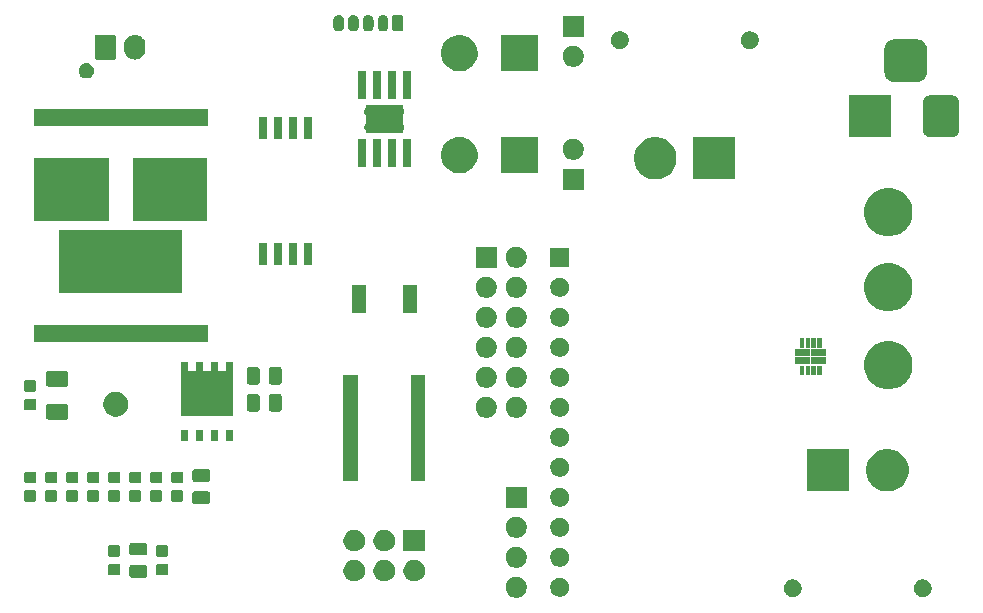
<source format=gbr>
G04 #@! TF.GenerationSoftware,KiCad,Pcbnew,(5.1.5-0-10_14)*
G04 #@! TF.CreationDate,2019-12-31T01:38:16-08:00*
G04 #@! TF.ProjectId,Glue Board,476c7565-2042-46f6-9172-642e6b696361,rev?*
G04 #@! TF.SameCoordinates,Original*
G04 #@! TF.FileFunction,Soldermask,Top*
G04 #@! TF.FilePolarity,Negative*
%FSLAX46Y46*%
G04 Gerber Fmt 4.6, Leading zero omitted, Abs format (unit mm)*
G04 Created by KiCad (PCBNEW (5.1.5-0-10_14)) date 2019-12-31 01:38:16*
%MOMM*%
%LPD*%
G04 APERTURE LIST*
%ADD10C,0.010000*%
%ADD11C,0.100000*%
G04 APERTURE END LIST*
D10*
G36*
X230224000Y-76554000D02*
G01*
X231374000Y-76554000D01*
X231374000Y-77054000D01*
X230224000Y-77054000D01*
X230224000Y-76554000D01*
G37*
X230224000Y-76554000D02*
X231374000Y-76554000D01*
X231374000Y-77054000D01*
X230224000Y-77054000D01*
X230224000Y-76554000D01*
G36*
X230724000Y-74954000D02*
G01*
X231024000Y-74954000D01*
X231024000Y-75654000D01*
X230724000Y-75654000D01*
X230724000Y-74954000D01*
G37*
X230724000Y-74954000D02*
X231024000Y-74954000D01*
X231024000Y-75654000D01*
X230724000Y-75654000D01*
X230724000Y-74954000D01*
G36*
X229224000Y-74954000D02*
G01*
X229524000Y-74954000D01*
X229524000Y-75654000D01*
X229224000Y-75654000D01*
X229224000Y-74954000D01*
G37*
X229224000Y-74954000D02*
X229524000Y-74954000D01*
X229524000Y-75654000D01*
X229224000Y-75654000D01*
X229224000Y-74954000D01*
G36*
X230724000Y-77254000D02*
G01*
X231024000Y-77254000D01*
X231024000Y-77954000D01*
X230724000Y-77954000D01*
X230724000Y-77254000D01*
G37*
X230724000Y-77254000D02*
X231024000Y-77254000D01*
X231024000Y-77954000D01*
X230724000Y-77954000D01*
X230724000Y-77254000D01*
G36*
X229224000Y-77254000D02*
G01*
X229524000Y-77254000D01*
X229524000Y-77954000D01*
X229224000Y-77954000D01*
X229224000Y-77254000D01*
G37*
X229224000Y-77254000D02*
X229524000Y-77254000D01*
X229524000Y-77954000D01*
X229224000Y-77954000D01*
X229224000Y-77254000D01*
G36*
X230224000Y-77254000D02*
G01*
X230524000Y-77254000D01*
X230524000Y-77954000D01*
X230224000Y-77954000D01*
X230224000Y-77254000D01*
G37*
X230224000Y-77254000D02*
X230524000Y-77254000D01*
X230524000Y-77954000D01*
X230224000Y-77954000D01*
X230224000Y-77254000D01*
G36*
X229724000Y-77254000D02*
G01*
X230024000Y-77254000D01*
X230024000Y-77954000D01*
X229724000Y-77954000D01*
X229724000Y-77254000D01*
G37*
X229724000Y-77254000D02*
X230024000Y-77254000D01*
X230024000Y-77954000D01*
X229724000Y-77954000D01*
X229724000Y-77254000D01*
G36*
X230224000Y-74954000D02*
G01*
X230524000Y-74954000D01*
X230524000Y-75654000D01*
X230224000Y-75654000D01*
X230224000Y-74954000D01*
G37*
X230224000Y-74954000D02*
X230524000Y-74954000D01*
X230524000Y-75654000D01*
X230224000Y-75654000D01*
X230224000Y-74954000D01*
G36*
X229724000Y-74954000D02*
G01*
X230024000Y-74954000D01*
X230024000Y-75654000D01*
X229724000Y-75654000D01*
X229724000Y-74954000D01*
G37*
X229724000Y-74954000D02*
X230024000Y-74954000D01*
X230024000Y-75654000D01*
X229724000Y-75654000D01*
X229724000Y-74954000D01*
G36*
X228874000Y-76554000D02*
G01*
X230024000Y-76554000D01*
X230024000Y-77054000D01*
X228874000Y-77054000D01*
X228874000Y-76554000D01*
G37*
X228874000Y-76554000D02*
X230024000Y-76554000D01*
X230024000Y-77054000D01*
X228874000Y-77054000D01*
X228874000Y-76554000D01*
G36*
X230224000Y-75854000D02*
G01*
X231374000Y-75854000D01*
X231374000Y-76354000D01*
X230224000Y-76354000D01*
X230224000Y-75854000D01*
G37*
X230224000Y-75854000D02*
X231374000Y-75854000D01*
X231374000Y-76354000D01*
X230224000Y-76354000D01*
X230224000Y-75854000D01*
G36*
X228874000Y-75854000D02*
G01*
X230024000Y-75854000D01*
X230024000Y-76354000D01*
X228874000Y-76354000D01*
X228874000Y-75854000D01*
G37*
X228874000Y-75854000D02*
X230024000Y-75854000D01*
X230024000Y-76354000D01*
X228874000Y-76354000D01*
X228874000Y-75854000D01*
D11*
G36*
X205345512Y-95115927D02*
G01*
X205494812Y-95145624D01*
X205658784Y-95213544D01*
X205806354Y-95312147D01*
X205931853Y-95437646D01*
X206030456Y-95585216D01*
X206098376Y-95749188D01*
X206133000Y-95923259D01*
X206133000Y-96100741D01*
X206098376Y-96274812D01*
X206030456Y-96438784D01*
X205931853Y-96586354D01*
X205806354Y-96711853D01*
X205658784Y-96810456D01*
X205494812Y-96878376D01*
X205345512Y-96908073D01*
X205320742Y-96913000D01*
X205143258Y-96913000D01*
X205118488Y-96908073D01*
X204969188Y-96878376D01*
X204805216Y-96810456D01*
X204657646Y-96711853D01*
X204532147Y-96586354D01*
X204433544Y-96438784D01*
X204365624Y-96274812D01*
X204331000Y-96100741D01*
X204331000Y-95923259D01*
X204365624Y-95749188D01*
X204433544Y-95585216D01*
X204532147Y-95437646D01*
X204657646Y-95312147D01*
X204805216Y-95213544D01*
X204969188Y-95145624D01*
X205118488Y-95115927D01*
X205143258Y-95111000D01*
X205320742Y-95111000D01*
X205345512Y-95115927D01*
G37*
G36*
X239867059Y-95383860D02*
G01*
X239996910Y-95437646D01*
X240003732Y-95440472D01*
X240126735Y-95522660D01*
X240231340Y-95627265D01*
X240233629Y-95630691D01*
X240313529Y-95750270D01*
X240370140Y-95886941D01*
X240399000Y-96032032D01*
X240399000Y-96179968D01*
X240370140Y-96325059D01*
X240323034Y-96438784D01*
X240313528Y-96461732D01*
X240231340Y-96584735D01*
X240126735Y-96689340D01*
X240003732Y-96771528D01*
X240003731Y-96771529D01*
X240003730Y-96771529D01*
X239867059Y-96828140D01*
X239721968Y-96857000D01*
X239574032Y-96857000D01*
X239428941Y-96828140D01*
X239292270Y-96771529D01*
X239292269Y-96771529D01*
X239292268Y-96771528D01*
X239169265Y-96689340D01*
X239064660Y-96584735D01*
X238982472Y-96461732D01*
X238972967Y-96438784D01*
X238925860Y-96325059D01*
X238897000Y-96179968D01*
X238897000Y-96032032D01*
X238925860Y-95886941D01*
X238982471Y-95750270D01*
X239062371Y-95630691D01*
X239064660Y-95627265D01*
X239169265Y-95522660D01*
X239292268Y-95440472D01*
X239299091Y-95437646D01*
X239428941Y-95383860D01*
X239574032Y-95355000D01*
X239721968Y-95355000D01*
X239867059Y-95383860D01*
G37*
G36*
X228867059Y-95383860D02*
G01*
X228996910Y-95437646D01*
X229003732Y-95440472D01*
X229126735Y-95522660D01*
X229231340Y-95627265D01*
X229233629Y-95630691D01*
X229313529Y-95750270D01*
X229370140Y-95886941D01*
X229399000Y-96032032D01*
X229399000Y-96179968D01*
X229370140Y-96325059D01*
X229323034Y-96438784D01*
X229313528Y-96461732D01*
X229231340Y-96584735D01*
X229126735Y-96689340D01*
X229003732Y-96771528D01*
X229003731Y-96771529D01*
X229003730Y-96771529D01*
X228867059Y-96828140D01*
X228721968Y-96857000D01*
X228574032Y-96857000D01*
X228428941Y-96828140D01*
X228292270Y-96771529D01*
X228292269Y-96771529D01*
X228292268Y-96771528D01*
X228169265Y-96689340D01*
X228064660Y-96584735D01*
X227982472Y-96461732D01*
X227972967Y-96438784D01*
X227925860Y-96325059D01*
X227897000Y-96179968D01*
X227897000Y-96032032D01*
X227925860Y-95886941D01*
X227982471Y-95750270D01*
X228062371Y-95630691D01*
X228064660Y-95627265D01*
X228169265Y-95522660D01*
X228292268Y-95440472D01*
X228299091Y-95437646D01*
X228428941Y-95383860D01*
X228574032Y-95355000D01*
X228721968Y-95355000D01*
X228867059Y-95383860D01*
G37*
G36*
X209158810Y-95237935D02*
G01*
X209305309Y-95298617D01*
X209305310Y-95298618D01*
X209437158Y-95386716D01*
X209549284Y-95498842D01*
X209569836Y-95529600D01*
X209637383Y-95630691D01*
X209698065Y-95777190D01*
X209729000Y-95932713D01*
X209729000Y-96091287D01*
X209698065Y-96246810D01*
X209637383Y-96393309D01*
X209637382Y-96393310D01*
X209549284Y-96525158D01*
X209437158Y-96637284D01*
X209370785Y-96681633D01*
X209305309Y-96725383D01*
X209158810Y-96786065D01*
X209003287Y-96817000D01*
X208844713Y-96817000D01*
X208689190Y-96786065D01*
X208542691Y-96725383D01*
X208477215Y-96681633D01*
X208410842Y-96637284D01*
X208298716Y-96525158D01*
X208210618Y-96393310D01*
X208210617Y-96393309D01*
X208149935Y-96246810D01*
X208119000Y-96091287D01*
X208119000Y-95932713D01*
X208149935Y-95777190D01*
X208210617Y-95630691D01*
X208278164Y-95529600D01*
X208298716Y-95498842D01*
X208410842Y-95386716D01*
X208542690Y-95298618D01*
X208542691Y-95298617D01*
X208689190Y-95237935D01*
X208844713Y-95207000D01*
X209003287Y-95207000D01*
X209158810Y-95237935D01*
G37*
G36*
X191782778Y-93735547D02*
G01*
X191949224Y-93804491D01*
X192099022Y-93904583D01*
X192226417Y-94031978D01*
X192326509Y-94181776D01*
X192395453Y-94348222D01*
X192430600Y-94524918D01*
X192430600Y-94705082D01*
X192395453Y-94881778D01*
X192326509Y-95048224D01*
X192226417Y-95198022D01*
X192099022Y-95325417D01*
X191949224Y-95425509D01*
X191782778Y-95494453D01*
X191606082Y-95529600D01*
X191425918Y-95529600D01*
X191249222Y-95494453D01*
X191082776Y-95425509D01*
X190932978Y-95325417D01*
X190805583Y-95198022D01*
X190705491Y-95048224D01*
X190636547Y-94881778D01*
X190601400Y-94705082D01*
X190601400Y-94524918D01*
X190636547Y-94348222D01*
X190705491Y-94181776D01*
X190805583Y-94031978D01*
X190932978Y-93904583D01*
X191082776Y-93804491D01*
X191249222Y-93735547D01*
X191425918Y-93700400D01*
X191606082Y-93700400D01*
X191782778Y-93735547D01*
G37*
G36*
X196862778Y-93735547D02*
G01*
X197029224Y-93804491D01*
X197179022Y-93904583D01*
X197306417Y-94031978D01*
X197406509Y-94181776D01*
X197475453Y-94348222D01*
X197510600Y-94524918D01*
X197510600Y-94705082D01*
X197475453Y-94881778D01*
X197406509Y-95048224D01*
X197306417Y-95198022D01*
X197179022Y-95325417D01*
X197029224Y-95425509D01*
X196862778Y-95494453D01*
X196686082Y-95529600D01*
X196505918Y-95529600D01*
X196329222Y-95494453D01*
X196162776Y-95425509D01*
X196012978Y-95325417D01*
X195885583Y-95198022D01*
X195785491Y-95048224D01*
X195716547Y-94881778D01*
X195681400Y-94705082D01*
X195681400Y-94524918D01*
X195716547Y-94348222D01*
X195785491Y-94181776D01*
X195885583Y-94031978D01*
X196012978Y-93904583D01*
X196162776Y-93804491D01*
X196329222Y-93735547D01*
X196505918Y-93700400D01*
X196686082Y-93700400D01*
X196862778Y-93735547D01*
G37*
G36*
X194322778Y-93735547D02*
G01*
X194489224Y-93804491D01*
X194639022Y-93904583D01*
X194766417Y-94031978D01*
X194866509Y-94181776D01*
X194935453Y-94348222D01*
X194970600Y-94524918D01*
X194970600Y-94705082D01*
X194935453Y-94881778D01*
X194866509Y-95048224D01*
X194766417Y-95198022D01*
X194639022Y-95325417D01*
X194489224Y-95425509D01*
X194322778Y-95494453D01*
X194146082Y-95529600D01*
X193965918Y-95529600D01*
X193789222Y-95494453D01*
X193622776Y-95425509D01*
X193472978Y-95325417D01*
X193345583Y-95198022D01*
X193245491Y-95048224D01*
X193176547Y-94881778D01*
X193141400Y-94705082D01*
X193141400Y-94524918D01*
X193176547Y-94348222D01*
X193245491Y-94181776D01*
X193345583Y-94031978D01*
X193472978Y-93904583D01*
X193622776Y-93804491D01*
X193789222Y-93735547D01*
X193965918Y-93700400D01*
X194146082Y-93700400D01*
X194322778Y-93735547D01*
G37*
G36*
X173812468Y-94129565D02*
G01*
X173851138Y-94141296D01*
X173886777Y-94160346D01*
X173918017Y-94185983D01*
X173943654Y-94217223D01*
X173962704Y-94252862D01*
X173974435Y-94291532D01*
X173979000Y-94337888D01*
X173979000Y-94989112D01*
X173974435Y-95035468D01*
X173962704Y-95074138D01*
X173943654Y-95109777D01*
X173918017Y-95141017D01*
X173886777Y-95166654D01*
X173851138Y-95185704D01*
X173812468Y-95197435D01*
X173766112Y-95202000D01*
X172689888Y-95202000D01*
X172643532Y-95197435D01*
X172604862Y-95185704D01*
X172569223Y-95166654D01*
X172537983Y-95141017D01*
X172512346Y-95109777D01*
X172493296Y-95074138D01*
X172481565Y-95035468D01*
X172477000Y-94989112D01*
X172477000Y-94337888D01*
X172481565Y-94291532D01*
X172493296Y-94252862D01*
X172512346Y-94217223D01*
X172537983Y-94185983D01*
X172569223Y-94160346D01*
X172604862Y-94141296D01*
X172643532Y-94129565D01*
X172689888Y-94125000D01*
X173766112Y-94125000D01*
X173812468Y-94129565D01*
G37*
G36*
X171575591Y-94029085D02*
G01*
X171609569Y-94039393D01*
X171640890Y-94056134D01*
X171668339Y-94078661D01*
X171690866Y-94106110D01*
X171707607Y-94137431D01*
X171717915Y-94171409D01*
X171722000Y-94212890D01*
X171722000Y-94814110D01*
X171717915Y-94855591D01*
X171707607Y-94889569D01*
X171690866Y-94920890D01*
X171668339Y-94948339D01*
X171640890Y-94970866D01*
X171609569Y-94987607D01*
X171575591Y-94997915D01*
X171534110Y-95002000D01*
X170857890Y-95002000D01*
X170816409Y-94997915D01*
X170782431Y-94987607D01*
X170751110Y-94970866D01*
X170723661Y-94948339D01*
X170701134Y-94920890D01*
X170684393Y-94889569D01*
X170674085Y-94855591D01*
X170670000Y-94814110D01*
X170670000Y-94212890D01*
X170674085Y-94171409D01*
X170684393Y-94137431D01*
X170701134Y-94106110D01*
X170723661Y-94078661D01*
X170751110Y-94056134D01*
X170782431Y-94039393D01*
X170816409Y-94029085D01*
X170857890Y-94025000D01*
X171534110Y-94025000D01*
X171575591Y-94029085D01*
G37*
G36*
X175639591Y-94029085D02*
G01*
X175673569Y-94039393D01*
X175704890Y-94056134D01*
X175732339Y-94078661D01*
X175754866Y-94106110D01*
X175771607Y-94137431D01*
X175781915Y-94171409D01*
X175786000Y-94212890D01*
X175786000Y-94814110D01*
X175781915Y-94855591D01*
X175771607Y-94889569D01*
X175754866Y-94920890D01*
X175732339Y-94948339D01*
X175704890Y-94970866D01*
X175673569Y-94987607D01*
X175639591Y-94997915D01*
X175598110Y-95002000D01*
X174921890Y-95002000D01*
X174880409Y-94997915D01*
X174846431Y-94987607D01*
X174815110Y-94970866D01*
X174787661Y-94948339D01*
X174765134Y-94920890D01*
X174748393Y-94889569D01*
X174738085Y-94855591D01*
X174734000Y-94814110D01*
X174734000Y-94212890D01*
X174738085Y-94171409D01*
X174748393Y-94137431D01*
X174765134Y-94106110D01*
X174787661Y-94078661D01*
X174815110Y-94056134D01*
X174846431Y-94039393D01*
X174880409Y-94029085D01*
X174921890Y-94025000D01*
X175598110Y-94025000D01*
X175639591Y-94029085D01*
G37*
G36*
X205345512Y-92575927D02*
G01*
X205494812Y-92605624D01*
X205658784Y-92673544D01*
X205806354Y-92772147D01*
X205931853Y-92897646D01*
X206030456Y-93045216D01*
X206098376Y-93209188D01*
X206133000Y-93383259D01*
X206133000Y-93560741D01*
X206098376Y-93734812D01*
X206030456Y-93898784D01*
X205931853Y-94046354D01*
X205806354Y-94171853D01*
X205658784Y-94270456D01*
X205494812Y-94338376D01*
X205345512Y-94368073D01*
X205320742Y-94373000D01*
X205143258Y-94373000D01*
X205118488Y-94368073D01*
X204969188Y-94338376D01*
X204805216Y-94270456D01*
X204657646Y-94171853D01*
X204532147Y-94046354D01*
X204433544Y-93898784D01*
X204365624Y-93734812D01*
X204331000Y-93560741D01*
X204331000Y-93383259D01*
X204365624Y-93209188D01*
X204433544Y-93045216D01*
X204532147Y-92897646D01*
X204657646Y-92772147D01*
X204805216Y-92673544D01*
X204969188Y-92605624D01*
X205118488Y-92575927D01*
X205143258Y-92571000D01*
X205320742Y-92571000D01*
X205345512Y-92575927D01*
G37*
G36*
X209158810Y-92697935D02*
G01*
X209305309Y-92758617D01*
X209305310Y-92758618D01*
X209437158Y-92846716D01*
X209549284Y-92958842D01*
X209549285Y-92958844D01*
X209637383Y-93090691D01*
X209698065Y-93237190D01*
X209729000Y-93392713D01*
X209729000Y-93551287D01*
X209698065Y-93706810D01*
X209637383Y-93853309D01*
X209603122Y-93904584D01*
X209549284Y-93985158D01*
X209437158Y-94097284D01*
X209382879Y-94133552D01*
X209305309Y-94185383D01*
X209158810Y-94246065D01*
X209003287Y-94277000D01*
X208844713Y-94277000D01*
X208689190Y-94246065D01*
X208542691Y-94185383D01*
X208465121Y-94133552D01*
X208410842Y-94097284D01*
X208298716Y-93985158D01*
X208244878Y-93904584D01*
X208210617Y-93853309D01*
X208149935Y-93706810D01*
X208119000Y-93551287D01*
X208119000Y-93392713D01*
X208149935Y-93237190D01*
X208210617Y-93090691D01*
X208298715Y-92958844D01*
X208298716Y-92958842D01*
X208410842Y-92846716D01*
X208542690Y-92758618D01*
X208542691Y-92758617D01*
X208689190Y-92697935D01*
X208844713Y-92667000D01*
X209003287Y-92667000D01*
X209158810Y-92697935D01*
G37*
G36*
X175639591Y-92454085D02*
G01*
X175673569Y-92464393D01*
X175704890Y-92481134D01*
X175732339Y-92503661D01*
X175754866Y-92531110D01*
X175771607Y-92562431D01*
X175781915Y-92596409D01*
X175786000Y-92637890D01*
X175786000Y-93239110D01*
X175781915Y-93280591D01*
X175771607Y-93314569D01*
X175754866Y-93345890D01*
X175732339Y-93373339D01*
X175704890Y-93395866D01*
X175673569Y-93412607D01*
X175639591Y-93422915D01*
X175598110Y-93427000D01*
X174921890Y-93427000D01*
X174880409Y-93422915D01*
X174846431Y-93412607D01*
X174815110Y-93395866D01*
X174787661Y-93373339D01*
X174765134Y-93345890D01*
X174748393Y-93314569D01*
X174738085Y-93280591D01*
X174734000Y-93239110D01*
X174734000Y-92637890D01*
X174738085Y-92596409D01*
X174748393Y-92562431D01*
X174765134Y-92531110D01*
X174787661Y-92503661D01*
X174815110Y-92481134D01*
X174846431Y-92464393D01*
X174880409Y-92454085D01*
X174921890Y-92450000D01*
X175598110Y-92450000D01*
X175639591Y-92454085D01*
G37*
G36*
X171575591Y-92454085D02*
G01*
X171609569Y-92464393D01*
X171640890Y-92481134D01*
X171668339Y-92503661D01*
X171690866Y-92531110D01*
X171707607Y-92562431D01*
X171717915Y-92596409D01*
X171722000Y-92637890D01*
X171722000Y-93239110D01*
X171717915Y-93280591D01*
X171707607Y-93314569D01*
X171690866Y-93345890D01*
X171668339Y-93373339D01*
X171640890Y-93395866D01*
X171609569Y-93412607D01*
X171575591Y-93422915D01*
X171534110Y-93427000D01*
X170857890Y-93427000D01*
X170816409Y-93422915D01*
X170782431Y-93412607D01*
X170751110Y-93395866D01*
X170723661Y-93373339D01*
X170701134Y-93345890D01*
X170684393Y-93314569D01*
X170674085Y-93280591D01*
X170670000Y-93239110D01*
X170670000Y-92637890D01*
X170674085Y-92596409D01*
X170684393Y-92562431D01*
X170701134Y-92531110D01*
X170723661Y-92503661D01*
X170751110Y-92481134D01*
X170782431Y-92464393D01*
X170816409Y-92454085D01*
X170857890Y-92450000D01*
X171534110Y-92450000D01*
X171575591Y-92454085D01*
G37*
G36*
X173812468Y-92254565D02*
G01*
X173851138Y-92266296D01*
X173886777Y-92285346D01*
X173918017Y-92310983D01*
X173943654Y-92342223D01*
X173962704Y-92377862D01*
X173974435Y-92416532D01*
X173979000Y-92462888D01*
X173979000Y-93114112D01*
X173974435Y-93160468D01*
X173962704Y-93199138D01*
X173943654Y-93234777D01*
X173918017Y-93266017D01*
X173886777Y-93291654D01*
X173851138Y-93310704D01*
X173812468Y-93322435D01*
X173766112Y-93327000D01*
X172689888Y-93327000D01*
X172643532Y-93322435D01*
X172604862Y-93310704D01*
X172569223Y-93291654D01*
X172537983Y-93266017D01*
X172512346Y-93234777D01*
X172493296Y-93199138D01*
X172481565Y-93160468D01*
X172477000Y-93114112D01*
X172477000Y-92462888D01*
X172481565Y-92416532D01*
X172493296Y-92377862D01*
X172512346Y-92342223D01*
X172537983Y-92310983D01*
X172569223Y-92285346D01*
X172604862Y-92266296D01*
X172643532Y-92254565D01*
X172689888Y-92250000D01*
X173766112Y-92250000D01*
X173812468Y-92254565D01*
G37*
G36*
X197510600Y-92989600D02*
G01*
X195681400Y-92989600D01*
X195681400Y-91160400D01*
X197510600Y-91160400D01*
X197510600Y-92989600D01*
G37*
G36*
X191782778Y-91195547D02*
G01*
X191949224Y-91264491D01*
X192099022Y-91364583D01*
X192226417Y-91491978D01*
X192326509Y-91641776D01*
X192395453Y-91808222D01*
X192430600Y-91984918D01*
X192430600Y-92165082D01*
X192395453Y-92341778D01*
X192326509Y-92508224D01*
X192226417Y-92658022D01*
X192099022Y-92785417D01*
X191949224Y-92885509D01*
X191782778Y-92954453D01*
X191606082Y-92989600D01*
X191425918Y-92989600D01*
X191249222Y-92954453D01*
X191082776Y-92885509D01*
X190932978Y-92785417D01*
X190805583Y-92658022D01*
X190705491Y-92508224D01*
X190636547Y-92341778D01*
X190601400Y-92165082D01*
X190601400Y-91984918D01*
X190636547Y-91808222D01*
X190705491Y-91641776D01*
X190805583Y-91491978D01*
X190932978Y-91364583D01*
X191082776Y-91264491D01*
X191249222Y-91195547D01*
X191425918Y-91160400D01*
X191606082Y-91160400D01*
X191782778Y-91195547D01*
G37*
G36*
X194322778Y-91195547D02*
G01*
X194489224Y-91264491D01*
X194639022Y-91364583D01*
X194766417Y-91491978D01*
X194866509Y-91641776D01*
X194935453Y-91808222D01*
X194970600Y-91984918D01*
X194970600Y-92165082D01*
X194935453Y-92341778D01*
X194866509Y-92508224D01*
X194766417Y-92658022D01*
X194639022Y-92785417D01*
X194489224Y-92885509D01*
X194322778Y-92954453D01*
X194146082Y-92989600D01*
X193965918Y-92989600D01*
X193789222Y-92954453D01*
X193622776Y-92885509D01*
X193472978Y-92785417D01*
X193345583Y-92658022D01*
X193245491Y-92508224D01*
X193176547Y-92341778D01*
X193141400Y-92165082D01*
X193141400Y-91984918D01*
X193176547Y-91808222D01*
X193245491Y-91641776D01*
X193345583Y-91491978D01*
X193472978Y-91364583D01*
X193622776Y-91264491D01*
X193789222Y-91195547D01*
X193965918Y-91160400D01*
X194146082Y-91160400D01*
X194322778Y-91195547D01*
G37*
G36*
X205345512Y-90035927D02*
G01*
X205494812Y-90065624D01*
X205658784Y-90133544D01*
X205806354Y-90232147D01*
X205931853Y-90357646D01*
X206030456Y-90505216D01*
X206098376Y-90669188D01*
X206133000Y-90843259D01*
X206133000Y-91020741D01*
X206098376Y-91194812D01*
X206030456Y-91358784D01*
X205931853Y-91506354D01*
X205806354Y-91631853D01*
X205658784Y-91730456D01*
X205494812Y-91798376D01*
X205345512Y-91828073D01*
X205320742Y-91833000D01*
X205143258Y-91833000D01*
X205118488Y-91828073D01*
X204969188Y-91798376D01*
X204805216Y-91730456D01*
X204657646Y-91631853D01*
X204532147Y-91506354D01*
X204433544Y-91358784D01*
X204365624Y-91194812D01*
X204331000Y-91020741D01*
X204331000Y-90843259D01*
X204365624Y-90669188D01*
X204433544Y-90505216D01*
X204532147Y-90357646D01*
X204657646Y-90232147D01*
X204805216Y-90133544D01*
X204969188Y-90065624D01*
X205118488Y-90035927D01*
X205143258Y-90031000D01*
X205320742Y-90031000D01*
X205345512Y-90035927D01*
G37*
G36*
X209158810Y-90157935D02*
G01*
X209305309Y-90218617D01*
X209305310Y-90218618D01*
X209437158Y-90306716D01*
X209549284Y-90418842D01*
X209549285Y-90418844D01*
X209637383Y-90550691D01*
X209698065Y-90697190D01*
X209729000Y-90852713D01*
X209729000Y-91011287D01*
X209698065Y-91166810D01*
X209637383Y-91313309D01*
X209603122Y-91364584D01*
X209549284Y-91445158D01*
X209437158Y-91557284D01*
X209370785Y-91601633D01*
X209305309Y-91645383D01*
X209158810Y-91706065D01*
X209003287Y-91737000D01*
X208844713Y-91737000D01*
X208689190Y-91706065D01*
X208542691Y-91645383D01*
X208477215Y-91601633D01*
X208410842Y-91557284D01*
X208298716Y-91445158D01*
X208244878Y-91364584D01*
X208210617Y-91313309D01*
X208149935Y-91166810D01*
X208119000Y-91011287D01*
X208119000Y-90852713D01*
X208149935Y-90697190D01*
X208210617Y-90550691D01*
X208298715Y-90418844D01*
X208298716Y-90418842D01*
X208410842Y-90306716D01*
X208542690Y-90218618D01*
X208542691Y-90218617D01*
X208689190Y-90157935D01*
X208844713Y-90127000D01*
X209003287Y-90127000D01*
X209158810Y-90157935D01*
G37*
G36*
X206133000Y-89293000D02*
G01*
X204331000Y-89293000D01*
X204331000Y-87491000D01*
X206133000Y-87491000D01*
X206133000Y-89293000D01*
G37*
G36*
X209158810Y-87617935D02*
G01*
X209305309Y-87678617D01*
X209305310Y-87678618D01*
X209437158Y-87766716D01*
X209549284Y-87878842D01*
X209568215Y-87907174D01*
X209637383Y-88010691D01*
X209698065Y-88157190D01*
X209729000Y-88312713D01*
X209729000Y-88471287D01*
X209698065Y-88626810D01*
X209637383Y-88773309D01*
X209611004Y-88812788D01*
X209549284Y-88905158D01*
X209437158Y-89017284D01*
X209370785Y-89061633D01*
X209305309Y-89105383D01*
X209158810Y-89166065D01*
X209003287Y-89197000D01*
X208844713Y-89197000D01*
X208689190Y-89166065D01*
X208542691Y-89105383D01*
X208477215Y-89061633D01*
X208410842Y-89017284D01*
X208298716Y-88905158D01*
X208236996Y-88812788D01*
X208210617Y-88773309D01*
X208149935Y-88626810D01*
X208119000Y-88471287D01*
X208119000Y-88312713D01*
X208149935Y-88157190D01*
X208210617Y-88010691D01*
X208279785Y-87907174D01*
X208298716Y-87878842D01*
X208410842Y-87766716D01*
X208542690Y-87678618D01*
X208542691Y-87678617D01*
X208689190Y-87617935D01*
X208844713Y-87587000D01*
X209003287Y-87587000D01*
X209158810Y-87617935D01*
G37*
G36*
X179146468Y-87906565D02*
G01*
X179185138Y-87918296D01*
X179220777Y-87937346D01*
X179252017Y-87962983D01*
X179277654Y-87994223D01*
X179296704Y-88029862D01*
X179308435Y-88068532D01*
X179313000Y-88114888D01*
X179313000Y-88766112D01*
X179308435Y-88812468D01*
X179296704Y-88851138D01*
X179277654Y-88886777D01*
X179252017Y-88918017D01*
X179220777Y-88943654D01*
X179185138Y-88962704D01*
X179146468Y-88974435D01*
X179100112Y-88979000D01*
X178023888Y-88979000D01*
X177977532Y-88974435D01*
X177938862Y-88962704D01*
X177903223Y-88943654D01*
X177871983Y-88918017D01*
X177846346Y-88886777D01*
X177827296Y-88851138D01*
X177815565Y-88812468D01*
X177811000Y-88766112D01*
X177811000Y-88114888D01*
X177815565Y-88068532D01*
X177827296Y-88029862D01*
X177846346Y-87994223D01*
X177871983Y-87962983D01*
X177903223Y-87937346D01*
X177938862Y-87918296D01*
X177977532Y-87906565D01*
X178023888Y-87902000D01*
X179100112Y-87902000D01*
X179146468Y-87906565D01*
G37*
G36*
X168019591Y-87806085D02*
G01*
X168053569Y-87816393D01*
X168084890Y-87833134D01*
X168112339Y-87855661D01*
X168134866Y-87883110D01*
X168151607Y-87914431D01*
X168161915Y-87948409D01*
X168166000Y-87989890D01*
X168166000Y-88591110D01*
X168161915Y-88632591D01*
X168151607Y-88666569D01*
X168134866Y-88697890D01*
X168112339Y-88725339D01*
X168084890Y-88747866D01*
X168053569Y-88764607D01*
X168019591Y-88774915D01*
X167978110Y-88779000D01*
X167301890Y-88779000D01*
X167260409Y-88774915D01*
X167226431Y-88764607D01*
X167195110Y-88747866D01*
X167167661Y-88725339D01*
X167145134Y-88697890D01*
X167128393Y-88666569D01*
X167118085Y-88632591D01*
X167114000Y-88591110D01*
X167114000Y-87989890D01*
X167118085Y-87948409D01*
X167128393Y-87914431D01*
X167145134Y-87883110D01*
X167167661Y-87855661D01*
X167195110Y-87833134D01*
X167226431Y-87816393D01*
X167260409Y-87806085D01*
X167301890Y-87802000D01*
X167978110Y-87802000D01*
X168019591Y-87806085D01*
G37*
G36*
X171575591Y-87806085D02*
G01*
X171609569Y-87816393D01*
X171640890Y-87833134D01*
X171668339Y-87855661D01*
X171690866Y-87883110D01*
X171707607Y-87914431D01*
X171717915Y-87948409D01*
X171722000Y-87989890D01*
X171722000Y-88591110D01*
X171717915Y-88632591D01*
X171707607Y-88666569D01*
X171690866Y-88697890D01*
X171668339Y-88725339D01*
X171640890Y-88747866D01*
X171609569Y-88764607D01*
X171575591Y-88774915D01*
X171534110Y-88779000D01*
X170857890Y-88779000D01*
X170816409Y-88774915D01*
X170782431Y-88764607D01*
X170751110Y-88747866D01*
X170723661Y-88725339D01*
X170701134Y-88697890D01*
X170684393Y-88666569D01*
X170674085Y-88632591D01*
X170670000Y-88591110D01*
X170670000Y-87989890D01*
X170674085Y-87948409D01*
X170684393Y-87914431D01*
X170701134Y-87883110D01*
X170723661Y-87855661D01*
X170751110Y-87833134D01*
X170782431Y-87816393D01*
X170816409Y-87806085D01*
X170857890Y-87802000D01*
X171534110Y-87802000D01*
X171575591Y-87806085D01*
G37*
G36*
X169797591Y-87806085D02*
G01*
X169831569Y-87816393D01*
X169862890Y-87833134D01*
X169890339Y-87855661D01*
X169912866Y-87883110D01*
X169929607Y-87914431D01*
X169939915Y-87948409D01*
X169944000Y-87989890D01*
X169944000Y-88591110D01*
X169939915Y-88632591D01*
X169929607Y-88666569D01*
X169912866Y-88697890D01*
X169890339Y-88725339D01*
X169862890Y-88747866D01*
X169831569Y-88764607D01*
X169797591Y-88774915D01*
X169756110Y-88779000D01*
X169079890Y-88779000D01*
X169038409Y-88774915D01*
X169004431Y-88764607D01*
X168973110Y-88747866D01*
X168945661Y-88725339D01*
X168923134Y-88697890D01*
X168906393Y-88666569D01*
X168896085Y-88632591D01*
X168892000Y-88591110D01*
X168892000Y-87989890D01*
X168896085Y-87948409D01*
X168906393Y-87914431D01*
X168923134Y-87883110D01*
X168945661Y-87855661D01*
X168973110Y-87833134D01*
X169004431Y-87816393D01*
X169038409Y-87806085D01*
X169079890Y-87802000D01*
X169756110Y-87802000D01*
X169797591Y-87806085D01*
G37*
G36*
X166241591Y-87806085D02*
G01*
X166275569Y-87816393D01*
X166306890Y-87833134D01*
X166334339Y-87855661D01*
X166356866Y-87883110D01*
X166373607Y-87914431D01*
X166383915Y-87948409D01*
X166388000Y-87989890D01*
X166388000Y-88591110D01*
X166383915Y-88632591D01*
X166373607Y-88666569D01*
X166356866Y-88697890D01*
X166334339Y-88725339D01*
X166306890Y-88747866D01*
X166275569Y-88764607D01*
X166241591Y-88774915D01*
X166200110Y-88779000D01*
X165523890Y-88779000D01*
X165482409Y-88774915D01*
X165448431Y-88764607D01*
X165417110Y-88747866D01*
X165389661Y-88725339D01*
X165367134Y-88697890D01*
X165350393Y-88666569D01*
X165340085Y-88632591D01*
X165336000Y-88591110D01*
X165336000Y-87989890D01*
X165340085Y-87948409D01*
X165350393Y-87914431D01*
X165367134Y-87883110D01*
X165389661Y-87855661D01*
X165417110Y-87833134D01*
X165448431Y-87816393D01*
X165482409Y-87806085D01*
X165523890Y-87802000D01*
X166200110Y-87802000D01*
X166241591Y-87806085D01*
G37*
G36*
X176909591Y-87806085D02*
G01*
X176943569Y-87816393D01*
X176974890Y-87833134D01*
X177002339Y-87855661D01*
X177024866Y-87883110D01*
X177041607Y-87914431D01*
X177051915Y-87948409D01*
X177056000Y-87989890D01*
X177056000Y-88591110D01*
X177051915Y-88632591D01*
X177041607Y-88666569D01*
X177024866Y-88697890D01*
X177002339Y-88725339D01*
X176974890Y-88747866D01*
X176943569Y-88764607D01*
X176909591Y-88774915D01*
X176868110Y-88779000D01*
X176191890Y-88779000D01*
X176150409Y-88774915D01*
X176116431Y-88764607D01*
X176085110Y-88747866D01*
X176057661Y-88725339D01*
X176035134Y-88697890D01*
X176018393Y-88666569D01*
X176008085Y-88632591D01*
X176004000Y-88591110D01*
X176004000Y-87989890D01*
X176008085Y-87948409D01*
X176018393Y-87914431D01*
X176035134Y-87883110D01*
X176057661Y-87855661D01*
X176085110Y-87833134D01*
X176116431Y-87816393D01*
X176150409Y-87806085D01*
X176191890Y-87802000D01*
X176868110Y-87802000D01*
X176909591Y-87806085D01*
G37*
G36*
X175131591Y-87806085D02*
G01*
X175165569Y-87816393D01*
X175196890Y-87833134D01*
X175224339Y-87855661D01*
X175246866Y-87883110D01*
X175263607Y-87914431D01*
X175273915Y-87948409D01*
X175278000Y-87989890D01*
X175278000Y-88591110D01*
X175273915Y-88632591D01*
X175263607Y-88666569D01*
X175246866Y-88697890D01*
X175224339Y-88725339D01*
X175196890Y-88747866D01*
X175165569Y-88764607D01*
X175131591Y-88774915D01*
X175090110Y-88779000D01*
X174413890Y-88779000D01*
X174372409Y-88774915D01*
X174338431Y-88764607D01*
X174307110Y-88747866D01*
X174279661Y-88725339D01*
X174257134Y-88697890D01*
X174240393Y-88666569D01*
X174230085Y-88632591D01*
X174226000Y-88591110D01*
X174226000Y-87989890D01*
X174230085Y-87948409D01*
X174240393Y-87914431D01*
X174257134Y-87883110D01*
X174279661Y-87855661D01*
X174307110Y-87833134D01*
X174338431Y-87816393D01*
X174372409Y-87806085D01*
X174413890Y-87802000D01*
X175090110Y-87802000D01*
X175131591Y-87806085D01*
G37*
G36*
X164463591Y-87806085D02*
G01*
X164497569Y-87816393D01*
X164528890Y-87833134D01*
X164556339Y-87855661D01*
X164578866Y-87883110D01*
X164595607Y-87914431D01*
X164605915Y-87948409D01*
X164610000Y-87989890D01*
X164610000Y-88591110D01*
X164605915Y-88632591D01*
X164595607Y-88666569D01*
X164578866Y-88697890D01*
X164556339Y-88725339D01*
X164528890Y-88747866D01*
X164497569Y-88764607D01*
X164463591Y-88774915D01*
X164422110Y-88779000D01*
X163745890Y-88779000D01*
X163704409Y-88774915D01*
X163670431Y-88764607D01*
X163639110Y-88747866D01*
X163611661Y-88725339D01*
X163589134Y-88697890D01*
X163572393Y-88666569D01*
X163562085Y-88632591D01*
X163558000Y-88591110D01*
X163558000Y-87989890D01*
X163562085Y-87948409D01*
X163572393Y-87914431D01*
X163589134Y-87883110D01*
X163611661Y-87855661D01*
X163639110Y-87833134D01*
X163670431Y-87816393D01*
X163704409Y-87806085D01*
X163745890Y-87802000D01*
X164422110Y-87802000D01*
X164463591Y-87806085D01*
G37*
G36*
X173353591Y-87806085D02*
G01*
X173387569Y-87816393D01*
X173418890Y-87833134D01*
X173446339Y-87855661D01*
X173468866Y-87883110D01*
X173485607Y-87914431D01*
X173495915Y-87948409D01*
X173500000Y-87989890D01*
X173500000Y-88591110D01*
X173495915Y-88632591D01*
X173485607Y-88666569D01*
X173468866Y-88697890D01*
X173446339Y-88725339D01*
X173418890Y-88747866D01*
X173387569Y-88764607D01*
X173353591Y-88774915D01*
X173312110Y-88779000D01*
X172635890Y-88779000D01*
X172594409Y-88774915D01*
X172560431Y-88764607D01*
X172529110Y-88747866D01*
X172501661Y-88725339D01*
X172479134Y-88697890D01*
X172462393Y-88666569D01*
X172452085Y-88632591D01*
X172448000Y-88591110D01*
X172448000Y-87989890D01*
X172452085Y-87948409D01*
X172462393Y-87914431D01*
X172479134Y-87883110D01*
X172501661Y-87855661D01*
X172529110Y-87833134D01*
X172560431Y-87816393D01*
X172594409Y-87806085D01*
X172635890Y-87802000D01*
X173312110Y-87802000D01*
X173353591Y-87806085D01*
G37*
G36*
X237173331Y-84374211D02*
G01*
X237501092Y-84509974D01*
X237796070Y-84707072D01*
X238046928Y-84957930D01*
X238244026Y-85252908D01*
X238379789Y-85580669D01*
X238449000Y-85928616D01*
X238449000Y-86283384D01*
X238379789Y-86631331D01*
X238244026Y-86959092D01*
X238046928Y-87254070D01*
X237796070Y-87504928D01*
X237501092Y-87702026D01*
X237173331Y-87837789D01*
X236825384Y-87907000D01*
X236470616Y-87907000D01*
X236122669Y-87837789D01*
X235794908Y-87702026D01*
X235499930Y-87504928D01*
X235249072Y-87254070D01*
X235051974Y-86959092D01*
X234916211Y-86631331D01*
X234847000Y-86283384D01*
X234847000Y-85928616D01*
X234916211Y-85580669D01*
X235051974Y-85252908D01*
X235249072Y-84957930D01*
X235499930Y-84707072D01*
X235794908Y-84509974D01*
X236122669Y-84374211D01*
X236470616Y-84305000D01*
X236825384Y-84305000D01*
X237173331Y-84374211D01*
G37*
G36*
X233449000Y-87907000D02*
G01*
X229847000Y-87907000D01*
X229847000Y-84305000D01*
X233449000Y-84305000D01*
X233449000Y-87907000D01*
G37*
G36*
X164463591Y-86231085D02*
G01*
X164497569Y-86241393D01*
X164528890Y-86258134D01*
X164556339Y-86280661D01*
X164578866Y-86308110D01*
X164595607Y-86339431D01*
X164605915Y-86373409D01*
X164610000Y-86414890D01*
X164610000Y-87016110D01*
X164605915Y-87057591D01*
X164595607Y-87091569D01*
X164578866Y-87122890D01*
X164556339Y-87150339D01*
X164528890Y-87172866D01*
X164497569Y-87189607D01*
X164463591Y-87199915D01*
X164422110Y-87204000D01*
X163745890Y-87204000D01*
X163704409Y-87199915D01*
X163670431Y-87189607D01*
X163639110Y-87172866D01*
X163611661Y-87150339D01*
X163589134Y-87122890D01*
X163572393Y-87091569D01*
X163562085Y-87057591D01*
X163558000Y-87016110D01*
X163558000Y-86414890D01*
X163562085Y-86373409D01*
X163572393Y-86339431D01*
X163589134Y-86308110D01*
X163611661Y-86280661D01*
X163639110Y-86258134D01*
X163670431Y-86241393D01*
X163704409Y-86231085D01*
X163745890Y-86227000D01*
X164422110Y-86227000D01*
X164463591Y-86231085D01*
G37*
G36*
X168019591Y-86231085D02*
G01*
X168053569Y-86241393D01*
X168084890Y-86258134D01*
X168112339Y-86280661D01*
X168134866Y-86308110D01*
X168151607Y-86339431D01*
X168161915Y-86373409D01*
X168166000Y-86414890D01*
X168166000Y-87016110D01*
X168161915Y-87057591D01*
X168151607Y-87091569D01*
X168134866Y-87122890D01*
X168112339Y-87150339D01*
X168084890Y-87172866D01*
X168053569Y-87189607D01*
X168019591Y-87199915D01*
X167978110Y-87204000D01*
X167301890Y-87204000D01*
X167260409Y-87199915D01*
X167226431Y-87189607D01*
X167195110Y-87172866D01*
X167167661Y-87150339D01*
X167145134Y-87122890D01*
X167128393Y-87091569D01*
X167118085Y-87057591D01*
X167114000Y-87016110D01*
X167114000Y-86414890D01*
X167118085Y-86373409D01*
X167128393Y-86339431D01*
X167145134Y-86308110D01*
X167167661Y-86280661D01*
X167195110Y-86258134D01*
X167226431Y-86241393D01*
X167260409Y-86231085D01*
X167301890Y-86227000D01*
X167978110Y-86227000D01*
X168019591Y-86231085D01*
G37*
G36*
X166241591Y-86231085D02*
G01*
X166275569Y-86241393D01*
X166306890Y-86258134D01*
X166334339Y-86280661D01*
X166356866Y-86308110D01*
X166373607Y-86339431D01*
X166383915Y-86373409D01*
X166388000Y-86414890D01*
X166388000Y-87016110D01*
X166383915Y-87057591D01*
X166373607Y-87091569D01*
X166356866Y-87122890D01*
X166334339Y-87150339D01*
X166306890Y-87172866D01*
X166275569Y-87189607D01*
X166241591Y-87199915D01*
X166200110Y-87204000D01*
X165523890Y-87204000D01*
X165482409Y-87199915D01*
X165448431Y-87189607D01*
X165417110Y-87172866D01*
X165389661Y-87150339D01*
X165367134Y-87122890D01*
X165350393Y-87091569D01*
X165340085Y-87057591D01*
X165336000Y-87016110D01*
X165336000Y-86414890D01*
X165340085Y-86373409D01*
X165350393Y-86339431D01*
X165367134Y-86308110D01*
X165389661Y-86280661D01*
X165417110Y-86258134D01*
X165448431Y-86241393D01*
X165482409Y-86231085D01*
X165523890Y-86227000D01*
X166200110Y-86227000D01*
X166241591Y-86231085D01*
G37*
G36*
X176909591Y-86231085D02*
G01*
X176943569Y-86241393D01*
X176974890Y-86258134D01*
X177002339Y-86280661D01*
X177024866Y-86308110D01*
X177041607Y-86339431D01*
X177051915Y-86373409D01*
X177056000Y-86414890D01*
X177056000Y-87016110D01*
X177051915Y-87057591D01*
X177041607Y-87091569D01*
X177024866Y-87122890D01*
X177002339Y-87150339D01*
X176974890Y-87172866D01*
X176943569Y-87189607D01*
X176909591Y-87199915D01*
X176868110Y-87204000D01*
X176191890Y-87204000D01*
X176150409Y-87199915D01*
X176116431Y-87189607D01*
X176085110Y-87172866D01*
X176057661Y-87150339D01*
X176035134Y-87122890D01*
X176018393Y-87091569D01*
X176008085Y-87057591D01*
X176004000Y-87016110D01*
X176004000Y-86414890D01*
X176008085Y-86373409D01*
X176018393Y-86339431D01*
X176035134Y-86308110D01*
X176057661Y-86280661D01*
X176085110Y-86258134D01*
X176116431Y-86241393D01*
X176150409Y-86231085D01*
X176191890Y-86227000D01*
X176868110Y-86227000D01*
X176909591Y-86231085D01*
G37*
G36*
X171575591Y-86231085D02*
G01*
X171609569Y-86241393D01*
X171640890Y-86258134D01*
X171668339Y-86280661D01*
X171690866Y-86308110D01*
X171707607Y-86339431D01*
X171717915Y-86373409D01*
X171722000Y-86414890D01*
X171722000Y-87016110D01*
X171717915Y-87057591D01*
X171707607Y-87091569D01*
X171690866Y-87122890D01*
X171668339Y-87150339D01*
X171640890Y-87172866D01*
X171609569Y-87189607D01*
X171575591Y-87199915D01*
X171534110Y-87204000D01*
X170857890Y-87204000D01*
X170816409Y-87199915D01*
X170782431Y-87189607D01*
X170751110Y-87172866D01*
X170723661Y-87150339D01*
X170701134Y-87122890D01*
X170684393Y-87091569D01*
X170674085Y-87057591D01*
X170670000Y-87016110D01*
X170670000Y-86414890D01*
X170674085Y-86373409D01*
X170684393Y-86339431D01*
X170701134Y-86308110D01*
X170723661Y-86280661D01*
X170751110Y-86258134D01*
X170782431Y-86241393D01*
X170816409Y-86231085D01*
X170857890Y-86227000D01*
X171534110Y-86227000D01*
X171575591Y-86231085D01*
G37*
G36*
X169797591Y-86231085D02*
G01*
X169831569Y-86241393D01*
X169862890Y-86258134D01*
X169890339Y-86280661D01*
X169912866Y-86308110D01*
X169929607Y-86339431D01*
X169939915Y-86373409D01*
X169944000Y-86414890D01*
X169944000Y-87016110D01*
X169939915Y-87057591D01*
X169929607Y-87091569D01*
X169912866Y-87122890D01*
X169890339Y-87150339D01*
X169862890Y-87172866D01*
X169831569Y-87189607D01*
X169797591Y-87199915D01*
X169756110Y-87204000D01*
X169079890Y-87204000D01*
X169038409Y-87199915D01*
X169004431Y-87189607D01*
X168973110Y-87172866D01*
X168945661Y-87150339D01*
X168923134Y-87122890D01*
X168906393Y-87091569D01*
X168896085Y-87057591D01*
X168892000Y-87016110D01*
X168892000Y-86414890D01*
X168896085Y-86373409D01*
X168906393Y-86339431D01*
X168923134Y-86308110D01*
X168945661Y-86280661D01*
X168973110Y-86258134D01*
X169004431Y-86241393D01*
X169038409Y-86231085D01*
X169079890Y-86227000D01*
X169756110Y-86227000D01*
X169797591Y-86231085D01*
G37*
G36*
X175131591Y-86231085D02*
G01*
X175165569Y-86241393D01*
X175196890Y-86258134D01*
X175224339Y-86280661D01*
X175246866Y-86308110D01*
X175263607Y-86339431D01*
X175273915Y-86373409D01*
X175278000Y-86414890D01*
X175278000Y-87016110D01*
X175273915Y-87057591D01*
X175263607Y-87091569D01*
X175246866Y-87122890D01*
X175224339Y-87150339D01*
X175196890Y-87172866D01*
X175165569Y-87189607D01*
X175131591Y-87199915D01*
X175090110Y-87204000D01*
X174413890Y-87204000D01*
X174372409Y-87199915D01*
X174338431Y-87189607D01*
X174307110Y-87172866D01*
X174279661Y-87150339D01*
X174257134Y-87122890D01*
X174240393Y-87091569D01*
X174230085Y-87057591D01*
X174226000Y-87016110D01*
X174226000Y-86414890D01*
X174230085Y-86373409D01*
X174240393Y-86339431D01*
X174257134Y-86308110D01*
X174279661Y-86280661D01*
X174307110Y-86258134D01*
X174338431Y-86241393D01*
X174372409Y-86231085D01*
X174413890Y-86227000D01*
X175090110Y-86227000D01*
X175131591Y-86231085D01*
G37*
G36*
X173353591Y-86231085D02*
G01*
X173387569Y-86241393D01*
X173418890Y-86258134D01*
X173446339Y-86280661D01*
X173468866Y-86308110D01*
X173485607Y-86339431D01*
X173495915Y-86373409D01*
X173500000Y-86414890D01*
X173500000Y-87016110D01*
X173495915Y-87057591D01*
X173485607Y-87091569D01*
X173468866Y-87122890D01*
X173446339Y-87150339D01*
X173418890Y-87172866D01*
X173387569Y-87189607D01*
X173353591Y-87199915D01*
X173312110Y-87204000D01*
X172635890Y-87204000D01*
X172594409Y-87199915D01*
X172560431Y-87189607D01*
X172529110Y-87172866D01*
X172501661Y-87150339D01*
X172479134Y-87122890D01*
X172462393Y-87091569D01*
X172452085Y-87057591D01*
X172448000Y-87016110D01*
X172448000Y-86414890D01*
X172452085Y-86373409D01*
X172462393Y-86339431D01*
X172479134Y-86308110D01*
X172501661Y-86280661D01*
X172529110Y-86258134D01*
X172560431Y-86241393D01*
X172594409Y-86231085D01*
X172635890Y-86227000D01*
X173312110Y-86227000D01*
X173353591Y-86231085D01*
G37*
G36*
X179146468Y-86031565D02*
G01*
X179185138Y-86043296D01*
X179220777Y-86062346D01*
X179252017Y-86087983D01*
X179277654Y-86119223D01*
X179296704Y-86154862D01*
X179308435Y-86193532D01*
X179313000Y-86239888D01*
X179313000Y-86891112D01*
X179308435Y-86937468D01*
X179296704Y-86976138D01*
X179277654Y-87011777D01*
X179252017Y-87043017D01*
X179220777Y-87068654D01*
X179185138Y-87087704D01*
X179146468Y-87099435D01*
X179100112Y-87104000D01*
X178023888Y-87104000D01*
X177977532Y-87099435D01*
X177938862Y-87087704D01*
X177903223Y-87068654D01*
X177871983Y-87043017D01*
X177846346Y-87011777D01*
X177827296Y-86976138D01*
X177815565Y-86937468D01*
X177811000Y-86891112D01*
X177811000Y-86239888D01*
X177815565Y-86193532D01*
X177827296Y-86154862D01*
X177846346Y-86119223D01*
X177871983Y-86087983D01*
X177903223Y-86062346D01*
X177938862Y-86043296D01*
X177977532Y-86031565D01*
X178023888Y-86027000D01*
X179100112Y-86027000D01*
X179146468Y-86031565D01*
G37*
G36*
X191807000Y-87026000D02*
G01*
X190605000Y-87026000D01*
X190605000Y-78074000D01*
X191807000Y-78074000D01*
X191807000Y-87026000D01*
G37*
G36*
X197507000Y-87026000D02*
G01*
X196305000Y-87026000D01*
X196305000Y-78074000D01*
X197507000Y-78074000D01*
X197507000Y-87026000D01*
G37*
G36*
X209158810Y-85077935D02*
G01*
X209305309Y-85138617D01*
X209305310Y-85138618D01*
X209437158Y-85226716D01*
X209549284Y-85338842D01*
X209549285Y-85338844D01*
X209637383Y-85470691D01*
X209698065Y-85617190D01*
X209729000Y-85772713D01*
X209729000Y-85931287D01*
X209698065Y-86086810D01*
X209637383Y-86233309D01*
X209620795Y-86258134D01*
X209549284Y-86365158D01*
X209437158Y-86477284D01*
X209370785Y-86521633D01*
X209305309Y-86565383D01*
X209158810Y-86626065D01*
X209003287Y-86657000D01*
X208844713Y-86657000D01*
X208689190Y-86626065D01*
X208542691Y-86565383D01*
X208477215Y-86521633D01*
X208410842Y-86477284D01*
X208298716Y-86365158D01*
X208227205Y-86258134D01*
X208210617Y-86233309D01*
X208149935Y-86086810D01*
X208119000Y-85931287D01*
X208119000Y-85772713D01*
X208149935Y-85617190D01*
X208210617Y-85470691D01*
X208298715Y-85338844D01*
X208298716Y-85338842D01*
X208410842Y-85226716D01*
X208542690Y-85138618D01*
X208542691Y-85138617D01*
X208689190Y-85077935D01*
X208844713Y-85047000D01*
X209003287Y-85047000D01*
X209158810Y-85077935D01*
G37*
G36*
X209158810Y-82537935D02*
G01*
X209305309Y-82598617D01*
X209305310Y-82598618D01*
X209437158Y-82686716D01*
X209549284Y-82798842D01*
X209549285Y-82798844D01*
X209637383Y-82930691D01*
X209698065Y-83077190D01*
X209729000Y-83232713D01*
X209729000Y-83391287D01*
X209698065Y-83546810D01*
X209637383Y-83693309D01*
X209637382Y-83693310D01*
X209549284Y-83825158D01*
X209437158Y-83937284D01*
X209370785Y-83981633D01*
X209305309Y-84025383D01*
X209158810Y-84086065D01*
X209003287Y-84117000D01*
X208844713Y-84117000D01*
X208689190Y-84086065D01*
X208542691Y-84025383D01*
X208477215Y-83981633D01*
X208410842Y-83937284D01*
X208298716Y-83825158D01*
X208210618Y-83693310D01*
X208210617Y-83693309D01*
X208149935Y-83546810D01*
X208119000Y-83391287D01*
X208119000Y-83232713D01*
X208149935Y-83077190D01*
X208210617Y-82930691D01*
X208298715Y-82798844D01*
X208298716Y-82798842D01*
X208410842Y-82686716D01*
X208542690Y-82598618D01*
X208542691Y-82598617D01*
X208689190Y-82537935D01*
X208844713Y-82507000D01*
X209003287Y-82507000D01*
X209158810Y-82537935D01*
G37*
G36*
X181276000Y-83640000D02*
G01*
X180674000Y-83640000D01*
X180674000Y-82688000D01*
X181276000Y-82688000D01*
X181276000Y-83640000D01*
G37*
G36*
X180006000Y-83640000D02*
G01*
X179404000Y-83640000D01*
X179404000Y-82688000D01*
X180006000Y-82688000D01*
X180006000Y-83640000D01*
G37*
G36*
X178736000Y-83640000D02*
G01*
X178134000Y-83640000D01*
X178134000Y-82688000D01*
X178736000Y-82688000D01*
X178736000Y-83640000D01*
G37*
G36*
X177466000Y-83640000D02*
G01*
X176864000Y-83640000D01*
X176864000Y-82688000D01*
X177466000Y-82688000D01*
X177466000Y-83640000D01*
G37*
G36*
X167138604Y-80484347D02*
G01*
X167175144Y-80495432D01*
X167208821Y-80513433D01*
X167238341Y-80537659D01*
X167262567Y-80567179D01*
X167280568Y-80600856D01*
X167291653Y-80637396D01*
X167296000Y-80681538D01*
X167296000Y-81630462D01*
X167291653Y-81674604D01*
X167280568Y-81711144D01*
X167262567Y-81744821D01*
X167238341Y-81774341D01*
X167208821Y-81798567D01*
X167175144Y-81816568D01*
X167138604Y-81827653D01*
X167094462Y-81832000D01*
X165645538Y-81832000D01*
X165601396Y-81827653D01*
X165564856Y-81816568D01*
X165531179Y-81798567D01*
X165501659Y-81774341D01*
X165477433Y-81744821D01*
X165459432Y-81711144D01*
X165448347Y-81674604D01*
X165444000Y-81630462D01*
X165444000Y-80681538D01*
X165448347Y-80637396D01*
X165459432Y-80600856D01*
X165477433Y-80567179D01*
X165501659Y-80537659D01*
X165531179Y-80513433D01*
X165564856Y-80495432D01*
X165601396Y-80484347D01*
X165645538Y-80480000D01*
X167094462Y-80480000D01*
X167138604Y-80484347D01*
G37*
G36*
X205345512Y-79875927D02*
G01*
X205494812Y-79905624D01*
X205658784Y-79973544D01*
X205806354Y-80072147D01*
X205931853Y-80197646D01*
X206030456Y-80345216D01*
X206098376Y-80509188D01*
X206133000Y-80683259D01*
X206133000Y-80860741D01*
X206098376Y-81034812D01*
X206030456Y-81198784D01*
X205931853Y-81346354D01*
X205806354Y-81471853D01*
X205658784Y-81570456D01*
X205494812Y-81638376D01*
X205345512Y-81668073D01*
X205320742Y-81673000D01*
X205143258Y-81673000D01*
X205118488Y-81668073D01*
X204969188Y-81638376D01*
X204805216Y-81570456D01*
X204657646Y-81471853D01*
X204532147Y-81346354D01*
X204433544Y-81198784D01*
X204365624Y-81034812D01*
X204331000Y-80860741D01*
X204331000Y-80683259D01*
X204365624Y-80509188D01*
X204433544Y-80345216D01*
X204532147Y-80197646D01*
X204657646Y-80072147D01*
X204805216Y-79973544D01*
X204969188Y-79905624D01*
X205118488Y-79875927D01*
X205143258Y-79871000D01*
X205320742Y-79871000D01*
X205345512Y-79875927D01*
G37*
G36*
X202805512Y-79875927D02*
G01*
X202954812Y-79905624D01*
X203118784Y-79973544D01*
X203266354Y-80072147D01*
X203391853Y-80197646D01*
X203490456Y-80345216D01*
X203558376Y-80509188D01*
X203593000Y-80683259D01*
X203593000Y-80860741D01*
X203558376Y-81034812D01*
X203490456Y-81198784D01*
X203391853Y-81346354D01*
X203266354Y-81471853D01*
X203118784Y-81570456D01*
X202954812Y-81638376D01*
X202805512Y-81668073D01*
X202780742Y-81673000D01*
X202603258Y-81673000D01*
X202578488Y-81668073D01*
X202429188Y-81638376D01*
X202265216Y-81570456D01*
X202117646Y-81471853D01*
X201992147Y-81346354D01*
X201893544Y-81198784D01*
X201825624Y-81034812D01*
X201791000Y-80860741D01*
X201791000Y-80683259D01*
X201825624Y-80509188D01*
X201893544Y-80345216D01*
X201992147Y-80197646D01*
X202117646Y-80072147D01*
X202265216Y-79973544D01*
X202429188Y-79905624D01*
X202578488Y-79875927D01*
X202603258Y-79871000D01*
X202780742Y-79871000D01*
X202805512Y-79875927D01*
G37*
G36*
X209158810Y-79997935D02*
G01*
X209305309Y-80058617D01*
X209346491Y-80086134D01*
X209437158Y-80146716D01*
X209549284Y-80258842D01*
X209549285Y-80258844D01*
X209637383Y-80390691D01*
X209698065Y-80537190D01*
X209729000Y-80692713D01*
X209729000Y-80851287D01*
X209698065Y-81006810D01*
X209637383Y-81153309D01*
X209637382Y-81153310D01*
X209549284Y-81285158D01*
X209437158Y-81397284D01*
X209370785Y-81441633D01*
X209305309Y-81485383D01*
X209158810Y-81546065D01*
X209003287Y-81577000D01*
X208844713Y-81577000D01*
X208689190Y-81546065D01*
X208542691Y-81485383D01*
X208477215Y-81441633D01*
X208410842Y-81397284D01*
X208298716Y-81285158D01*
X208210618Y-81153310D01*
X208210617Y-81153309D01*
X208149935Y-81006810D01*
X208119000Y-80851287D01*
X208119000Y-80692713D01*
X208149935Y-80537190D01*
X208210617Y-80390691D01*
X208298715Y-80258844D01*
X208298716Y-80258842D01*
X208410842Y-80146716D01*
X208501509Y-80086134D01*
X208542691Y-80058617D01*
X208689190Y-79997935D01*
X208844713Y-79967000D01*
X209003287Y-79967000D01*
X209158810Y-79997935D01*
G37*
G36*
X171629564Y-79507389D02*
G01*
X171820833Y-79586615D01*
X171820835Y-79586616D01*
X171953629Y-79675346D01*
X171992973Y-79701635D01*
X172139365Y-79848027D01*
X172254385Y-80020167D01*
X172333611Y-80211436D01*
X172374000Y-80414484D01*
X172374000Y-80621516D01*
X172333611Y-80824564D01*
X172258122Y-81006810D01*
X172254384Y-81015835D01*
X172139365Y-81187973D01*
X171992973Y-81334365D01*
X171820835Y-81449384D01*
X171820834Y-81449385D01*
X171820833Y-81449385D01*
X171629564Y-81528611D01*
X171426516Y-81569000D01*
X171219484Y-81569000D01*
X171016436Y-81528611D01*
X170825167Y-81449385D01*
X170825166Y-81449385D01*
X170825165Y-81449384D01*
X170653027Y-81334365D01*
X170506635Y-81187973D01*
X170391616Y-81015835D01*
X170387878Y-81006810D01*
X170312389Y-80824564D01*
X170272000Y-80621516D01*
X170272000Y-80414484D01*
X170312389Y-80211436D01*
X170391615Y-80020167D01*
X170506635Y-79848027D01*
X170653027Y-79701635D01*
X170692371Y-79675346D01*
X170825165Y-79586616D01*
X170825167Y-79586615D01*
X171016436Y-79507389D01*
X171219484Y-79467000D01*
X171426516Y-79467000D01*
X171629564Y-79507389D01*
G37*
G36*
X177464999Y-76938999D02*
G01*
X177465001Y-76939001D01*
X177465605Y-76945137D01*
X177465605Y-77613396D01*
X177468007Y-77637782D01*
X177475120Y-77661231D01*
X177486671Y-77682842D01*
X177502216Y-77701784D01*
X177521158Y-77717329D01*
X177542769Y-77728880D01*
X177566218Y-77735993D01*
X177590604Y-77738395D01*
X178009396Y-77738395D01*
X178033782Y-77735993D01*
X178057231Y-77728880D01*
X178078842Y-77717329D01*
X178097784Y-77701784D01*
X178113329Y-77682842D01*
X178124880Y-77661231D01*
X178131993Y-77637782D01*
X178134395Y-77613396D01*
X178134395Y-76945137D01*
X178134999Y-76939001D01*
X178135001Y-76938999D01*
X178141137Y-76938395D01*
X178728863Y-76938395D01*
X178734999Y-76938999D01*
X178735001Y-76939001D01*
X178735605Y-76945137D01*
X178735605Y-77613396D01*
X178738007Y-77637782D01*
X178745120Y-77661231D01*
X178756671Y-77682842D01*
X178772216Y-77701784D01*
X178791158Y-77717329D01*
X178812769Y-77728880D01*
X178836218Y-77735993D01*
X178860604Y-77738395D01*
X179279396Y-77738395D01*
X179303782Y-77735993D01*
X179327231Y-77728880D01*
X179348842Y-77717329D01*
X179367784Y-77701784D01*
X179383329Y-77682842D01*
X179394880Y-77661231D01*
X179401993Y-77637782D01*
X179404395Y-77613396D01*
X179404395Y-76945137D01*
X179404999Y-76939001D01*
X179405001Y-76938999D01*
X179411137Y-76938395D01*
X179998863Y-76938395D01*
X180004999Y-76938999D01*
X180005001Y-76939001D01*
X180005605Y-76945137D01*
X180005605Y-77613396D01*
X180008007Y-77637782D01*
X180015120Y-77661231D01*
X180026671Y-77682842D01*
X180042216Y-77701784D01*
X180061158Y-77717329D01*
X180082769Y-77728880D01*
X180106218Y-77735993D01*
X180130604Y-77738395D01*
X180549396Y-77738395D01*
X180573782Y-77735993D01*
X180597231Y-77728880D01*
X180618842Y-77717329D01*
X180637784Y-77701784D01*
X180653329Y-77682842D01*
X180664880Y-77661231D01*
X180671993Y-77637782D01*
X180674395Y-77613396D01*
X180674395Y-76945137D01*
X180674999Y-76939001D01*
X180675001Y-76938999D01*
X180681137Y-76938395D01*
X181268863Y-76938395D01*
X181274999Y-76938999D01*
X181275001Y-76939001D01*
X181275605Y-76945137D01*
X181275605Y-81482863D01*
X181275001Y-81488999D01*
X181274999Y-81489001D01*
X181268863Y-81489605D01*
X176871137Y-81489605D01*
X176865001Y-81489001D01*
X176864999Y-81488999D01*
X176864395Y-81482863D01*
X176864395Y-76945137D01*
X176864999Y-76939001D01*
X176865001Y-76938999D01*
X176871137Y-76938395D01*
X177458863Y-76938395D01*
X177464999Y-76938999D01*
G37*
G36*
X185205468Y-79644565D02*
G01*
X185244138Y-79656296D01*
X185279777Y-79675346D01*
X185311017Y-79700983D01*
X185336654Y-79732223D01*
X185355704Y-79767862D01*
X185367435Y-79806532D01*
X185372000Y-79852888D01*
X185372000Y-80929112D01*
X185367435Y-80975468D01*
X185355704Y-81014138D01*
X185336654Y-81049777D01*
X185311017Y-81081017D01*
X185279777Y-81106654D01*
X185244138Y-81125704D01*
X185205468Y-81137435D01*
X185159112Y-81142000D01*
X184507888Y-81142000D01*
X184461532Y-81137435D01*
X184422862Y-81125704D01*
X184387223Y-81106654D01*
X184355983Y-81081017D01*
X184330346Y-81049777D01*
X184311296Y-81014138D01*
X184299565Y-80975468D01*
X184295000Y-80929112D01*
X184295000Y-79852888D01*
X184299565Y-79806532D01*
X184311296Y-79767862D01*
X184330346Y-79732223D01*
X184355983Y-79700983D01*
X184387223Y-79675346D01*
X184422862Y-79656296D01*
X184461532Y-79644565D01*
X184507888Y-79640000D01*
X185159112Y-79640000D01*
X185205468Y-79644565D01*
G37*
G36*
X183330468Y-79644565D02*
G01*
X183369138Y-79656296D01*
X183404777Y-79675346D01*
X183436017Y-79700983D01*
X183461654Y-79732223D01*
X183480704Y-79767862D01*
X183492435Y-79806532D01*
X183497000Y-79852888D01*
X183497000Y-80929112D01*
X183492435Y-80975468D01*
X183480704Y-81014138D01*
X183461654Y-81049777D01*
X183436017Y-81081017D01*
X183404777Y-81106654D01*
X183369138Y-81125704D01*
X183330468Y-81137435D01*
X183284112Y-81142000D01*
X182632888Y-81142000D01*
X182586532Y-81137435D01*
X182547862Y-81125704D01*
X182512223Y-81106654D01*
X182480983Y-81081017D01*
X182455346Y-81049777D01*
X182436296Y-81014138D01*
X182424565Y-80975468D01*
X182420000Y-80929112D01*
X182420000Y-79852888D01*
X182424565Y-79806532D01*
X182436296Y-79767862D01*
X182455346Y-79732223D01*
X182480983Y-79700983D01*
X182512223Y-79675346D01*
X182547862Y-79656296D01*
X182586532Y-79644565D01*
X182632888Y-79640000D01*
X183284112Y-79640000D01*
X183330468Y-79644565D01*
G37*
G36*
X164463591Y-80059085D02*
G01*
X164497569Y-80069393D01*
X164528890Y-80086134D01*
X164556339Y-80108661D01*
X164578866Y-80136110D01*
X164595607Y-80167431D01*
X164605915Y-80201409D01*
X164610000Y-80242890D01*
X164610000Y-80844110D01*
X164605915Y-80885591D01*
X164595607Y-80919569D01*
X164578866Y-80950890D01*
X164556339Y-80978339D01*
X164528890Y-81000866D01*
X164497569Y-81017607D01*
X164463591Y-81027915D01*
X164422110Y-81032000D01*
X163745890Y-81032000D01*
X163704409Y-81027915D01*
X163670431Y-81017607D01*
X163639110Y-81000866D01*
X163611661Y-80978339D01*
X163589134Y-80950890D01*
X163572393Y-80919569D01*
X163562085Y-80885591D01*
X163558000Y-80844110D01*
X163558000Y-80242890D01*
X163562085Y-80201409D01*
X163572393Y-80167431D01*
X163589134Y-80136110D01*
X163611661Y-80108661D01*
X163639110Y-80086134D01*
X163670431Y-80069393D01*
X163704409Y-80059085D01*
X163745890Y-80055000D01*
X164422110Y-80055000D01*
X164463591Y-80059085D01*
G37*
G36*
X164463591Y-78484085D02*
G01*
X164497569Y-78494393D01*
X164528890Y-78511134D01*
X164556339Y-78533661D01*
X164578866Y-78561110D01*
X164595607Y-78592431D01*
X164605915Y-78626409D01*
X164610000Y-78667890D01*
X164610000Y-79269110D01*
X164605915Y-79310591D01*
X164595607Y-79344569D01*
X164578866Y-79375890D01*
X164556339Y-79403339D01*
X164528890Y-79425866D01*
X164497569Y-79442607D01*
X164463591Y-79452915D01*
X164422110Y-79457000D01*
X163745890Y-79457000D01*
X163704409Y-79452915D01*
X163670431Y-79442607D01*
X163639110Y-79425866D01*
X163611661Y-79403339D01*
X163589134Y-79375890D01*
X163572393Y-79344569D01*
X163562085Y-79310591D01*
X163558000Y-79269110D01*
X163558000Y-78667890D01*
X163562085Y-78626409D01*
X163572393Y-78592431D01*
X163589134Y-78561110D01*
X163611661Y-78533661D01*
X163639110Y-78511134D01*
X163670431Y-78494393D01*
X163704409Y-78484085D01*
X163745890Y-78480000D01*
X164422110Y-78480000D01*
X164463591Y-78484085D01*
G37*
G36*
X237326254Y-75243818D02*
G01*
X237699511Y-75398426D01*
X237699513Y-75398427D01*
X237745550Y-75429188D01*
X238035436Y-75622884D01*
X238321116Y-75908564D01*
X238545574Y-76244489D01*
X238700182Y-76617746D01*
X238779000Y-77013993D01*
X238779000Y-77418007D01*
X238700182Y-77814254D01*
X238563904Y-78143258D01*
X238545573Y-78187513D01*
X238321116Y-78523436D01*
X238035436Y-78809116D01*
X237699513Y-79033573D01*
X237699512Y-79033574D01*
X237699511Y-79033574D01*
X237326254Y-79188182D01*
X236930007Y-79267000D01*
X236525993Y-79267000D01*
X236129746Y-79188182D01*
X235756489Y-79033574D01*
X235756488Y-79033574D01*
X235756487Y-79033573D01*
X235420564Y-78809116D01*
X235134884Y-78523436D01*
X234910427Y-78187513D01*
X234892096Y-78143258D01*
X234755818Y-77814254D01*
X234677000Y-77418007D01*
X234677000Y-77013993D01*
X234755818Y-76617746D01*
X234910426Y-76244489D01*
X235134884Y-75908564D01*
X235420564Y-75622884D01*
X235710450Y-75429188D01*
X235756487Y-75398427D01*
X235756489Y-75398426D01*
X236129746Y-75243818D01*
X236525993Y-75165000D01*
X236930007Y-75165000D01*
X237326254Y-75243818D01*
G37*
G36*
X205345512Y-77335927D02*
G01*
X205494812Y-77365624D01*
X205658784Y-77433544D01*
X205806354Y-77532147D01*
X205931853Y-77657646D01*
X206030456Y-77805216D01*
X206098376Y-77969188D01*
X206133000Y-78143259D01*
X206133000Y-78320741D01*
X206098376Y-78494812D01*
X206030456Y-78658784D01*
X205931853Y-78806354D01*
X205806354Y-78931853D01*
X205658784Y-79030456D01*
X205494812Y-79098376D01*
X205345512Y-79128073D01*
X205320742Y-79133000D01*
X205143258Y-79133000D01*
X205118488Y-79128073D01*
X204969188Y-79098376D01*
X204805216Y-79030456D01*
X204657646Y-78931853D01*
X204532147Y-78806354D01*
X204433544Y-78658784D01*
X204365624Y-78494812D01*
X204331000Y-78320741D01*
X204331000Y-78143259D01*
X204365624Y-77969188D01*
X204433544Y-77805216D01*
X204532147Y-77657646D01*
X204657646Y-77532147D01*
X204805216Y-77433544D01*
X204969188Y-77365624D01*
X205118488Y-77335927D01*
X205143258Y-77331000D01*
X205320742Y-77331000D01*
X205345512Y-77335927D01*
G37*
G36*
X202805512Y-77335927D02*
G01*
X202954812Y-77365624D01*
X203118784Y-77433544D01*
X203266354Y-77532147D01*
X203391853Y-77657646D01*
X203490456Y-77805216D01*
X203558376Y-77969188D01*
X203593000Y-78143259D01*
X203593000Y-78320741D01*
X203558376Y-78494812D01*
X203490456Y-78658784D01*
X203391853Y-78806354D01*
X203266354Y-78931853D01*
X203118784Y-79030456D01*
X202954812Y-79098376D01*
X202805512Y-79128073D01*
X202780742Y-79133000D01*
X202603258Y-79133000D01*
X202578488Y-79128073D01*
X202429188Y-79098376D01*
X202265216Y-79030456D01*
X202117646Y-78931853D01*
X201992147Y-78806354D01*
X201893544Y-78658784D01*
X201825624Y-78494812D01*
X201791000Y-78320741D01*
X201791000Y-78143259D01*
X201825624Y-77969188D01*
X201893544Y-77805216D01*
X201992147Y-77657646D01*
X202117646Y-77532147D01*
X202265216Y-77433544D01*
X202429188Y-77365624D01*
X202578488Y-77335927D01*
X202603258Y-77331000D01*
X202780742Y-77331000D01*
X202805512Y-77335927D01*
G37*
G36*
X209158810Y-77457935D02*
G01*
X209305309Y-77518617D01*
X209305310Y-77518618D01*
X209437158Y-77606716D01*
X209549284Y-77718842D01*
X209549285Y-77718844D01*
X209637383Y-77850691D01*
X209698065Y-77997190D01*
X209729000Y-78152713D01*
X209729000Y-78311287D01*
X209698065Y-78466810D01*
X209637383Y-78613309D01*
X209637382Y-78613310D01*
X209549284Y-78745158D01*
X209437158Y-78857284D01*
X209370785Y-78901633D01*
X209305309Y-78945383D01*
X209158810Y-79006065D01*
X209003287Y-79037000D01*
X208844713Y-79037000D01*
X208689190Y-79006065D01*
X208542691Y-78945383D01*
X208477215Y-78901633D01*
X208410842Y-78857284D01*
X208298716Y-78745158D01*
X208210618Y-78613310D01*
X208210617Y-78613309D01*
X208149935Y-78466810D01*
X208119000Y-78311287D01*
X208119000Y-78152713D01*
X208149935Y-77997190D01*
X208210617Y-77850691D01*
X208298715Y-77718844D01*
X208298716Y-77718842D01*
X208410842Y-77606716D01*
X208542690Y-77518618D01*
X208542691Y-77518617D01*
X208689190Y-77457935D01*
X208844713Y-77427000D01*
X209003287Y-77427000D01*
X209158810Y-77457935D01*
G37*
G36*
X167138604Y-77684347D02*
G01*
X167175144Y-77695432D01*
X167208821Y-77713433D01*
X167238341Y-77737659D01*
X167262567Y-77767179D01*
X167280568Y-77800856D01*
X167291653Y-77837396D01*
X167296000Y-77881538D01*
X167296000Y-78830462D01*
X167291653Y-78874604D01*
X167280568Y-78911144D01*
X167262567Y-78944821D01*
X167238341Y-78974341D01*
X167208821Y-78998567D01*
X167175144Y-79016568D01*
X167138604Y-79027653D01*
X167094462Y-79032000D01*
X165645538Y-79032000D01*
X165601396Y-79027653D01*
X165564856Y-79016568D01*
X165531179Y-78998567D01*
X165501659Y-78974341D01*
X165477433Y-78944821D01*
X165459432Y-78911144D01*
X165448347Y-78874604D01*
X165444000Y-78830462D01*
X165444000Y-77881538D01*
X165448347Y-77837396D01*
X165459432Y-77800856D01*
X165477433Y-77767179D01*
X165501659Y-77737659D01*
X165531179Y-77713433D01*
X165564856Y-77695432D01*
X165601396Y-77684347D01*
X165645538Y-77680000D01*
X167094462Y-77680000D01*
X167138604Y-77684347D01*
G37*
G36*
X183330468Y-77358565D02*
G01*
X183369138Y-77370296D01*
X183404777Y-77389346D01*
X183436017Y-77414983D01*
X183461654Y-77446223D01*
X183480704Y-77481862D01*
X183492435Y-77520532D01*
X183497000Y-77566888D01*
X183497000Y-78643112D01*
X183492435Y-78689468D01*
X183480704Y-78728138D01*
X183461654Y-78763777D01*
X183436017Y-78795017D01*
X183404777Y-78820654D01*
X183369138Y-78839704D01*
X183330468Y-78851435D01*
X183284112Y-78856000D01*
X182632888Y-78856000D01*
X182586532Y-78851435D01*
X182547862Y-78839704D01*
X182512223Y-78820654D01*
X182480983Y-78795017D01*
X182455346Y-78763777D01*
X182436296Y-78728138D01*
X182424565Y-78689468D01*
X182420000Y-78643112D01*
X182420000Y-77566888D01*
X182424565Y-77520532D01*
X182436296Y-77481862D01*
X182455346Y-77446223D01*
X182480983Y-77414983D01*
X182512223Y-77389346D01*
X182547862Y-77370296D01*
X182586532Y-77358565D01*
X182632888Y-77354000D01*
X183284112Y-77354000D01*
X183330468Y-77358565D01*
G37*
G36*
X185205468Y-77358565D02*
G01*
X185244138Y-77370296D01*
X185279777Y-77389346D01*
X185311017Y-77414983D01*
X185336654Y-77446223D01*
X185355704Y-77481862D01*
X185367435Y-77520532D01*
X185372000Y-77566888D01*
X185372000Y-78643112D01*
X185367435Y-78689468D01*
X185355704Y-78728138D01*
X185336654Y-78763777D01*
X185311017Y-78795017D01*
X185279777Y-78820654D01*
X185244138Y-78839704D01*
X185205468Y-78851435D01*
X185159112Y-78856000D01*
X184507888Y-78856000D01*
X184461532Y-78851435D01*
X184422862Y-78839704D01*
X184387223Y-78820654D01*
X184355983Y-78795017D01*
X184330346Y-78763777D01*
X184311296Y-78728138D01*
X184299565Y-78689468D01*
X184295000Y-78643112D01*
X184295000Y-77566888D01*
X184299565Y-77520532D01*
X184311296Y-77481862D01*
X184330346Y-77446223D01*
X184355983Y-77414983D01*
X184387223Y-77389346D01*
X184422862Y-77370296D01*
X184461532Y-77358565D01*
X184507888Y-77354000D01*
X185159112Y-77354000D01*
X185205468Y-77358565D01*
G37*
G36*
X202805512Y-74795927D02*
G01*
X202954812Y-74825624D01*
X203118784Y-74893544D01*
X203266354Y-74992147D01*
X203391853Y-75117646D01*
X203490456Y-75265216D01*
X203558376Y-75429188D01*
X203593000Y-75603259D01*
X203593000Y-75780741D01*
X203558376Y-75954812D01*
X203490456Y-76118784D01*
X203391853Y-76266354D01*
X203266354Y-76391853D01*
X203118784Y-76490456D01*
X202954812Y-76558376D01*
X202805512Y-76588073D01*
X202780742Y-76593000D01*
X202603258Y-76593000D01*
X202578488Y-76588073D01*
X202429188Y-76558376D01*
X202265216Y-76490456D01*
X202117646Y-76391853D01*
X201992147Y-76266354D01*
X201893544Y-76118784D01*
X201825624Y-75954812D01*
X201791000Y-75780741D01*
X201791000Y-75603259D01*
X201825624Y-75429188D01*
X201893544Y-75265216D01*
X201992147Y-75117646D01*
X202117646Y-74992147D01*
X202265216Y-74893544D01*
X202429188Y-74825624D01*
X202578488Y-74795927D01*
X202603258Y-74791000D01*
X202780742Y-74791000D01*
X202805512Y-74795927D01*
G37*
G36*
X205345512Y-74795927D02*
G01*
X205494812Y-74825624D01*
X205658784Y-74893544D01*
X205806354Y-74992147D01*
X205931853Y-75117646D01*
X206030456Y-75265216D01*
X206098376Y-75429188D01*
X206133000Y-75603259D01*
X206133000Y-75780741D01*
X206098376Y-75954812D01*
X206030456Y-76118784D01*
X205931853Y-76266354D01*
X205806354Y-76391853D01*
X205658784Y-76490456D01*
X205494812Y-76558376D01*
X205345512Y-76588073D01*
X205320742Y-76593000D01*
X205143258Y-76593000D01*
X205118488Y-76588073D01*
X204969188Y-76558376D01*
X204805216Y-76490456D01*
X204657646Y-76391853D01*
X204532147Y-76266354D01*
X204433544Y-76118784D01*
X204365624Y-75954812D01*
X204331000Y-75780741D01*
X204331000Y-75603259D01*
X204365624Y-75429188D01*
X204433544Y-75265216D01*
X204532147Y-75117646D01*
X204657646Y-74992147D01*
X204805216Y-74893544D01*
X204969188Y-74825624D01*
X205118488Y-74795927D01*
X205143258Y-74791000D01*
X205320742Y-74791000D01*
X205345512Y-74795927D01*
G37*
G36*
X209158810Y-74917935D02*
G01*
X209305309Y-74978617D01*
X209305310Y-74978618D01*
X209437158Y-75066716D01*
X209549284Y-75178842D01*
X209549285Y-75178844D01*
X209637383Y-75310691D01*
X209698065Y-75457190D01*
X209729000Y-75612713D01*
X209729000Y-75771287D01*
X209698065Y-75926810D01*
X209637383Y-76073309D01*
X209637382Y-76073310D01*
X209549284Y-76205158D01*
X209437158Y-76317284D01*
X209370785Y-76361633D01*
X209305309Y-76405383D01*
X209158810Y-76466065D01*
X209003287Y-76497000D01*
X208844713Y-76497000D01*
X208689190Y-76466065D01*
X208542691Y-76405383D01*
X208477215Y-76361633D01*
X208410842Y-76317284D01*
X208298716Y-76205158D01*
X208210618Y-76073310D01*
X208210617Y-76073309D01*
X208149935Y-75926810D01*
X208119000Y-75771287D01*
X208119000Y-75612713D01*
X208149935Y-75457190D01*
X208210617Y-75310691D01*
X208298715Y-75178844D01*
X208298716Y-75178842D01*
X208410842Y-75066716D01*
X208542690Y-74978618D01*
X208542691Y-74978617D01*
X208689190Y-74917935D01*
X208844713Y-74887000D01*
X209003287Y-74887000D01*
X209158810Y-74917935D01*
G37*
G36*
X179141000Y-75227000D02*
G01*
X164379000Y-75227000D01*
X164379000Y-73775000D01*
X179141000Y-73775000D01*
X179141000Y-75227000D01*
G37*
G36*
X205345512Y-72255927D02*
G01*
X205494812Y-72285624D01*
X205658784Y-72353544D01*
X205806354Y-72452147D01*
X205931853Y-72577646D01*
X206030456Y-72725216D01*
X206098376Y-72889188D01*
X206133000Y-73063259D01*
X206133000Y-73240741D01*
X206098376Y-73414812D01*
X206030456Y-73578784D01*
X205931853Y-73726354D01*
X205806354Y-73851853D01*
X205658784Y-73950456D01*
X205494812Y-74018376D01*
X205345512Y-74048073D01*
X205320742Y-74053000D01*
X205143258Y-74053000D01*
X205118488Y-74048073D01*
X204969188Y-74018376D01*
X204805216Y-73950456D01*
X204657646Y-73851853D01*
X204532147Y-73726354D01*
X204433544Y-73578784D01*
X204365624Y-73414812D01*
X204331000Y-73240741D01*
X204331000Y-73063259D01*
X204365624Y-72889188D01*
X204433544Y-72725216D01*
X204532147Y-72577646D01*
X204657646Y-72452147D01*
X204805216Y-72353544D01*
X204969188Y-72285624D01*
X205118488Y-72255927D01*
X205143258Y-72251000D01*
X205320742Y-72251000D01*
X205345512Y-72255927D01*
G37*
G36*
X202805512Y-72255927D02*
G01*
X202954812Y-72285624D01*
X203118784Y-72353544D01*
X203266354Y-72452147D01*
X203391853Y-72577646D01*
X203490456Y-72725216D01*
X203558376Y-72889188D01*
X203593000Y-73063259D01*
X203593000Y-73240741D01*
X203558376Y-73414812D01*
X203490456Y-73578784D01*
X203391853Y-73726354D01*
X203266354Y-73851853D01*
X203118784Y-73950456D01*
X202954812Y-74018376D01*
X202805512Y-74048073D01*
X202780742Y-74053000D01*
X202603258Y-74053000D01*
X202578488Y-74048073D01*
X202429188Y-74018376D01*
X202265216Y-73950456D01*
X202117646Y-73851853D01*
X201992147Y-73726354D01*
X201893544Y-73578784D01*
X201825624Y-73414812D01*
X201791000Y-73240741D01*
X201791000Y-73063259D01*
X201825624Y-72889188D01*
X201893544Y-72725216D01*
X201992147Y-72577646D01*
X202117646Y-72452147D01*
X202265216Y-72353544D01*
X202429188Y-72285624D01*
X202578488Y-72255927D01*
X202603258Y-72251000D01*
X202780742Y-72251000D01*
X202805512Y-72255927D01*
G37*
G36*
X209158810Y-72377935D02*
G01*
X209305309Y-72438617D01*
X209305310Y-72438618D01*
X209437158Y-72526716D01*
X209549284Y-72638842D01*
X209549285Y-72638844D01*
X209637383Y-72770691D01*
X209698065Y-72917190D01*
X209729000Y-73072713D01*
X209729000Y-73231287D01*
X209698065Y-73386810D01*
X209637383Y-73533309D01*
X209637382Y-73533310D01*
X209549284Y-73665158D01*
X209437158Y-73777284D01*
X209370785Y-73821633D01*
X209305309Y-73865383D01*
X209158810Y-73926065D01*
X209003287Y-73957000D01*
X208844713Y-73957000D01*
X208689190Y-73926065D01*
X208542691Y-73865383D01*
X208477215Y-73821633D01*
X208410842Y-73777284D01*
X208298716Y-73665158D01*
X208210618Y-73533310D01*
X208210617Y-73533309D01*
X208149935Y-73386810D01*
X208119000Y-73231287D01*
X208119000Y-73072713D01*
X208149935Y-72917190D01*
X208210617Y-72770691D01*
X208298715Y-72638844D01*
X208298716Y-72638842D01*
X208410842Y-72526716D01*
X208542690Y-72438618D01*
X208542691Y-72438617D01*
X208689190Y-72377935D01*
X208844713Y-72347000D01*
X209003287Y-72347000D01*
X209158810Y-72377935D01*
G37*
G36*
X192507000Y-72804000D02*
G01*
X191305000Y-72804000D01*
X191305000Y-70452000D01*
X192507000Y-70452000D01*
X192507000Y-72804000D01*
G37*
G36*
X196807000Y-72804000D02*
G01*
X195605000Y-72804000D01*
X195605000Y-70452000D01*
X196807000Y-70452000D01*
X196807000Y-72804000D01*
G37*
G36*
X237326254Y-68639818D02*
G01*
X237699511Y-68794426D01*
X237699513Y-68794427D01*
X237813298Y-68870456D01*
X238035436Y-69018884D01*
X238321116Y-69304564D01*
X238545574Y-69640489D01*
X238700182Y-70013746D01*
X238779000Y-70409993D01*
X238779000Y-70814007D01*
X238700182Y-71210254D01*
X238545574Y-71583511D01*
X238545573Y-71583513D01*
X238321116Y-71919436D01*
X238035436Y-72205116D01*
X237699513Y-72429573D01*
X237699512Y-72429574D01*
X237699511Y-72429574D01*
X237326254Y-72584182D01*
X236930007Y-72663000D01*
X236525993Y-72663000D01*
X236129746Y-72584182D01*
X235756489Y-72429574D01*
X235756488Y-72429574D01*
X235756487Y-72429573D01*
X235420564Y-72205116D01*
X235134884Y-71919436D01*
X234910427Y-71583513D01*
X234910426Y-71583511D01*
X234755818Y-71210254D01*
X234677000Y-70814007D01*
X234677000Y-70409993D01*
X234755818Y-70013746D01*
X234910426Y-69640489D01*
X235134884Y-69304564D01*
X235420564Y-69018884D01*
X235642702Y-68870456D01*
X235756487Y-68794427D01*
X235756489Y-68794426D01*
X236129746Y-68639818D01*
X236525993Y-68561000D01*
X236930007Y-68561000D01*
X237326254Y-68639818D01*
G37*
G36*
X202805512Y-69715927D02*
G01*
X202954812Y-69745624D01*
X203118784Y-69813544D01*
X203266354Y-69912147D01*
X203391853Y-70037646D01*
X203490456Y-70185216D01*
X203558376Y-70349188D01*
X203593000Y-70523259D01*
X203593000Y-70700741D01*
X203558376Y-70874812D01*
X203490456Y-71038784D01*
X203391853Y-71186354D01*
X203266354Y-71311853D01*
X203118784Y-71410456D01*
X202954812Y-71478376D01*
X202805512Y-71508073D01*
X202780742Y-71513000D01*
X202603258Y-71513000D01*
X202578488Y-71508073D01*
X202429188Y-71478376D01*
X202265216Y-71410456D01*
X202117646Y-71311853D01*
X201992147Y-71186354D01*
X201893544Y-71038784D01*
X201825624Y-70874812D01*
X201791000Y-70700741D01*
X201791000Y-70523259D01*
X201825624Y-70349188D01*
X201893544Y-70185216D01*
X201992147Y-70037646D01*
X202117646Y-69912147D01*
X202265216Y-69813544D01*
X202429188Y-69745624D01*
X202578488Y-69715927D01*
X202603258Y-69711000D01*
X202780742Y-69711000D01*
X202805512Y-69715927D01*
G37*
G36*
X205345512Y-69715927D02*
G01*
X205494812Y-69745624D01*
X205658784Y-69813544D01*
X205806354Y-69912147D01*
X205931853Y-70037646D01*
X206030456Y-70185216D01*
X206098376Y-70349188D01*
X206133000Y-70523259D01*
X206133000Y-70700741D01*
X206098376Y-70874812D01*
X206030456Y-71038784D01*
X205931853Y-71186354D01*
X205806354Y-71311853D01*
X205658784Y-71410456D01*
X205494812Y-71478376D01*
X205345512Y-71508073D01*
X205320742Y-71513000D01*
X205143258Y-71513000D01*
X205118488Y-71508073D01*
X204969188Y-71478376D01*
X204805216Y-71410456D01*
X204657646Y-71311853D01*
X204532147Y-71186354D01*
X204433544Y-71038784D01*
X204365624Y-70874812D01*
X204331000Y-70700741D01*
X204331000Y-70523259D01*
X204365624Y-70349188D01*
X204433544Y-70185216D01*
X204532147Y-70037646D01*
X204657646Y-69912147D01*
X204805216Y-69813544D01*
X204969188Y-69745624D01*
X205118488Y-69715927D01*
X205143258Y-69711000D01*
X205320742Y-69711000D01*
X205345512Y-69715927D01*
G37*
G36*
X209158810Y-69837935D02*
G01*
X209305309Y-69898617D01*
X209305310Y-69898618D01*
X209437158Y-69986716D01*
X209549284Y-70098842D01*
X209549285Y-70098844D01*
X209637383Y-70230691D01*
X209698065Y-70377190D01*
X209729000Y-70532713D01*
X209729000Y-70691287D01*
X209698065Y-70846810D01*
X209637383Y-70993309D01*
X209637382Y-70993310D01*
X209549284Y-71125158D01*
X209437158Y-71237284D01*
X209370785Y-71281633D01*
X209305309Y-71325383D01*
X209158810Y-71386065D01*
X209003287Y-71417000D01*
X208844713Y-71417000D01*
X208689190Y-71386065D01*
X208542691Y-71325383D01*
X208477215Y-71281633D01*
X208410842Y-71237284D01*
X208298716Y-71125158D01*
X208210618Y-70993310D01*
X208210617Y-70993309D01*
X208149935Y-70846810D01*
X208119000Y-70691287D01*
X208119000Y-70532713D01*
X208149935Y-70377190D01*
X208210617Y-70230691D01*
X208298715Y-70098844D01*
X208298716Y-70098842D01*
X208410842Y-69986716D01*
X208542690Y-69898618D01*
X208542691Y-69898617D01*
X208689190Y-69837935D01*
X208844713Y-69807000D01*
X209003287Y-69807000D01*
X209158810Y-69837935D01*
G37*
G36*
X176961000Y-71102000D02*
G01*
X166559000Y-71102000D01*
X166559000Y-65750000D01*
X176961000Y-65750000D01*
X176961000Y-71102000D01*
G37*
G36*
X203593000Y-68973000D02*
G01*
X201791000Y-68973000D01*
X201791000Y-67171000D01*
X203593000Y-67171000D01*
X203593000Y-68973000D01*
G37*
G36*
X205345512Y-67175927D02*
G01*
X205494812Y-67205624D01*
X205658784Y-67273544D01*
X205806354Y-67372147D01*
X205931853Y-67497646D01*
X206030456Y-67645216D01*
X206098376Y-67809188D01*
X206133000Y-67983259D01*
X206133000Y-68160741D01*
X206098376Y-68334812D01*
X206030456Y-68498784D01*
X205931853Y-68646354D01*
X205806354Y-68771853D01*
X205658784Y-68870456D01*
X205494812Y-68938376D01*
X205345512Y-68968073D01*
X205320742Y-68973000D01*
X205143258Y-68973000D01*
X205118488Y-68968073D01*
X204969188Y-68938376D01*
X204805216Y-68870456D01*
X204657646Y-68771853D01*
X204532147Y-68646354D01*
X204433544Y-68498784D01*
X204365624Y-68334812D01*
X204331000Y-68160741D01*
X204331000Y-67983259D01*
X204365624Y-67809188D01*
X204433544Y-67645216D01*
X204532147Y-67497646D01*
X204657646Y-67372147D01*
X204805216Y-67273544D01*
X204969188Y-67205624D01*
X205118488Y-67175927D01*
X205143258Y-67171000D01*
X205320742Y-67171000D01*
X205345512Y-67175927D01*
G37*
G36*
X209729000Y-68877000D02*
G01*
X208119000Y-68877000D01*
X208119000Y-67267000D01*
X209729000Y-67267000D01*
X209729000Y-68877000D01*
G37*
G36*
X184120000Y-68765000D02*
G01*
X183418000Y-68765000D01*
X183418000Y-66863000D01*
X184120000Y-66863000D01*
X184120000Y-68765000D01*
G37*
G36*
X186660000Y-68765000D02*
G01*
X185958000Y-68765000D01*
X185958000Y-66863000D01*
X186660000Y-66863000D01*
X186660000Y-68765000D01*
G37*
G36*
X185390000Y-68765000D02*
G01*
X184688000Y-68765000D01*
X184688000Y-66863000D01*
X185390000Y-66863000D01*
X185390000Y-68765000D01*
G37*
G36*
X187930000Y-68765000D02*
G01*
X187228000Y-68765000D01*
X187228000Y-66863000D01*
X187930000Y-66863000D01*
X187930000Y-68765000D01*
G37*
G36*
X237326254Y-62289818D02*
G01*
X237699511Y-62444426D01*
X237699513Y-62444427D01*
X238035436Y-62668884D01*
X238321116Y-62954564D01*
X238545574Y-63290489D01*
X238700182Y-63663746D01*
X238779000Y-64059993D01*
X238779000Y-64464007D01*
X238700182Y-64860254D01*
X238545574Y-65233511D01*
X238545573Y-65233513D01*
X238321116Y-65569436D01*
X238035436Y-65855116D01*
X237699513Y-66079573D01*
X237699512Y-66079574D01*
X237699511Y-66079574D01*
X237326254Y-66234182D01*
X236930007Y-66313000D01*
X236525993Y-66313000D01*
X236129746Y-66234182D01*
X235756489Y-66079574D01*
X235756488Y-66079574D01*
X235756487Y-66079573D01*
X235420564Y-65855116D01*
X235134884Y-65569436D01*
X234910427Y-65233513D01*
X234910426Y-65233511D01*
X234755818Y-64860254D01*
X234677000Y-64464007D01*
X234677000Y-64059993D01*
X234755818Y-63663746D01*
X234910426Y-63290489D01*
X235134884Y-62954564D01*
X235420564Y-62668884D01*
X235756487Y-62444427D01*
X235756489Y-62444426D01*
X236129746Y-62289818D01*
X236525993Y-62211000D01*
X236930007Y-62211000D01*
X237326254Y-62289818D01*
G37*
G36*
X170761000Y-65002000D02*
G01*
X164429000Y-65002000D01*
X164429000Y-59650000D01*
X170761000Y-59650000D01*
X170761000Y-65002000D01*
G37*
G36*
X179091000Y-65002000D02*
G01*
X172759000Y-65002000D01*
X172759000Y-59650000D01*
X179091000Y-59650000D01*
X179091000Y-65002000D01*
G37*
G36*
X210959000Y-62369000D02*
G01*
X209157000Y-62369000D01*
X209157000Y-60567000D01*
X210959000Y-60567000D01*
X210959000Y-62369000D01*
G37*
G36*
X223797000Y-61491000D02*
G01*
X220195000Y-61491000D01*
X220195000Y-57889000D01*
X223797000Y-57889000D01*
X223797000Y-61491000D01*
G37*
G36*
X217521331Y-57958211D02*
G01*
X217849092Y-58093974D01*
X218144070Y-58291072D01*
X218394928Y-58541930D01*
X218592026Y-58836908D01*
X218727789Y-59164669D01*
X218797000Y-59512616D01*
X218797000Y-59867384D01*
X218727789Y-60215331D01*
X218592026Y-60543092D01*
X218394928Y-60838070D01*
X218144070Y-61088928D01*
X217849092Y-61286026D01*
X217521331Y-61421789D01*
X217173384Y-61491000D01*
X216818616Y-61491000D01*
X216470669Y-61421789D01*
X216142908Y-61286026D01*
X215847930Y-61088928D01*
X215597072Y-60838070D01*
X215399974Y-60543092D01*
X215264211Y-60215331D01*
X215195000Y-59867384D01*
X215195000Y-59512616D01*
X215264211Y-59164669D01*
X215399974Y-58836908D01*
X215597072Y-58541930D01*
X215847930Y-58291072D01*
X216142908Y-58093974D01*
X216470669Y-57958211D01*
X216818616Y-57889000D01*
X217173384Y-57889000D01*
X217521331Y-57958211D01*
G37*
G36*
X200708585Y-57914802D02*
G01*
X200858410Y-57944604D01*
X201140674Y-58061521D01*
X201394705Y-58231259D01*
X201610741Y-58447295D01*
X201780479Y-58701326D01*
X201897396Y-58983590D01*
X201957000Y-59283240D01*
X201957000Y-59588760D01*
X201897396Y-59888410D01*
X201780479Y-60170674D01*
X201610741Y-60424705D01*
X201394705Y-60640741D01*
X201140674Y-60810479D01*
X200858410Y-60927396D01*
X200708585Y-60957198D01*
X200558761Y-60987000D01*
X200253239Y-60987000D01*
X200103415Y-60957198D01*
X199953590Y-60927396D01*
X199671326Y-60810479D01*
X199417295Y-60640741D01*
X199201259Y-60424705D01*
X199031521Y-60170674D01*
X198914604Y-59888410D01*
X198855000Y-59588760D01*
X198855000Y-59283240D01*
X198914604Y-58983590D01*
X199031521Y-58701326D01*
X199201259Y-58447295D01*
X199417295Y-58231259D01*
X199671326Y-58061521D01*
X199953590Y-57944604D01*
X200103415Y-57914802D01*
X200253239Y-57885000D01*
X200558761Y-57885000D01*
X200708585Y-57914802D01*
G37*
G36*
X207037000Y-60987000D02*
G01*
X203935000Y-60987000D01*
X203935000Y-57885000D01*
X207037000Y-57885000D01*
X207037000Y-60987000D01*
G37*
G36*
X196281000Y-60433000D02*
G01*
X195641000Y-60433000D01*
X195641000Y-58093000D01*
X196281000Y-58093000D01*
X196281000Y-60433000D01*
G37*
G36*
X192471000Y-60433000D02*
G01*
X191831000Y-60433000D01*
X191831000Y-58093000D01*
X192471000Y-58093000D01*
X192471000Y-60433000D01*
G37*
G36*
X195011000Y-60433000D02*
G01*
X194371000Y-60433000D01*
X194371000Y-58093000D01*
X195011000Y-58093000D01*
X195011000Y-60433000D01*
G37*
G36*
X193741000Y-60433000D02*
G01*
X193101000Y-60433000D01*
X193101000Y-58093000D01*
X193741000Y-58093000D01*
X193741000Y-60433000D01*
G37*
G36*
X210171512Y-58031927D02*
G01*
X210320812Y-58061624D01*
X210484784Y-58129544D01*
X210632354Y-58228147D01*
X210757853Y-58353646D01*
X210856456Y-58501216D01*
X210924376Y-58665188D01*
X210954073Y-58814488D01*
X210958533Y-58836908D01*
X210959000Y-58839259D01*
X210959000Y-59016741D01*
X210924376Y-59190812D01*
X210856456Y-59354784D01*
X210757853Y-59502354D01*
X210632354Y-59627853D01*
X210484784Y-59726456D01*
X210320812Y-59794376D01*
X210171512Y-59824073D01*
X210146742Y-59829000D01*
X209969258Y-59829000D01*
X209944488Y-59824073D01*
X209795188Y-59794376D01*
X209631216Y-59726456D01*
X209483646Y-59627853D01*
X209358147Y-59502354D01*
X209259544Y-59354784D01*
X209191624Y-59190812D01*
X209157000Y-59016741D01*
X209157000Y-58839259D01*
X209157468Y-58836908D01*
X209161927Y-58814488D01*
X209191624Y-58665188D01*
X209259544Y-58501216D01*
X209358147Y-58353646D01*
X209483646Y-58228147D01*
X209631216Y-58129544D01*
X209795188Y-58061624D01*
X209944488Y-58031927D01*
X209969258Y-58027000D01*
X210146742Y-58027000D01*
X210171512Y-58031927D01*
G37*
G36*
X187930000Y-58105000D02*
G01*
X187228000Y-58105000D01*
X187228000Y-56203000D01*
X187930000Y-56203000D01*
X187930000Y-58105000D01*
G37*
G36*
X186660000Y-58105000D02*
G01*
X185958000Y-58105000D01*
X185958000Y-56203000D01*
X186660000Y-56203000D01*
X186660000Y-58105000D01*
G37*
G36*
X185390000Y-58105000D02*
G01*
X184688000Y-58105000D01*
X184688000Y-56203000D01*
X185390000Y-56203000D01*
X185390000Y-58105000D01*
G37*
G36*
X184120000Y-58105000D02*
G01*
X183418000Y-58105000D01*
X183418000Y-56203000D01*
X184120000Y-56203000D01*
X184120000Y-58105000D01*
G37*
G36*
X242180979Y-54347293D02*
G01*
X242314625Y-54387834D01*
X242437784Y-54453664D01*
X242545740Y-54542260D01*
X242634336Y-54650216D01*
X242700166Y-54773375D01*
X242740707Y-54907021D01*
X242755000Y-55052140D01*
X242755000Y-57215860D01*
X242740707Y-57360979D01*
X242700166Y-57494625D01*
X242634336Y-57617784D01*
X242545740Y-57725740D01*
X242437784Y-57814336D01*
X242314625Y-57880166D01*
X242180979Y-57920707D01*
X242035860Y-57935000D01*
X240372140Y-57935000D01*
X240227021Y-57920707D01*
X240093375Y-57880166D01*
X239970216Y-57814336D01*
X239862260Y-57725740D01*
X239773664Y-57617784D01*
X239707834Y-57494625D01*
X239667293Y-57360979D01*
X239653000Y-57215860D01*
X239653000Y-55052140D01*
X239667293Y-54907021D01*
X239707834Y-54773375D01*
X239773664Y-54650216D01*
X239862260Y-54542260D01*
X239970216Y-54453664D01*
X240093375Y-54387834D01*
X240227021Y-54347293D01*
X240372140Y-54333000D01*
X242035860Y-54333000D01*
X242180979Y-54347293D01*
G37*
G36*
X237005000Y-57935000D02*
G01*
X233403000Y-57935000D01*
X233403000Y-54333000D01*
X237005000Y-54333000D01*
X237005000Y-57935000D01*
G37*
G36*
X195606000Y-55391751D02*
G01*
X195608402Y-55416137D01*
X195615515Y-55439586D01*
X195627066Y-55461197D01*
X195642611Y-55480139D01*
X195655050Y-55492578D01*
X195697185Y-55555637D01*
X195726205Y-55625698D01*
X195741000Y-55700079D01*
X195741000Y-55775921D01*
X195726205Y-55850302D01*
X195697185Y-55920363D01*
X195655050Y-55983422D01*
X195642611Y-55995861D01*
X195627066Y-56014803D01*
X195615515Y-56036414D01*
X195608402Y-56059863D01*
X195606000Y-56084249D01*
X195606000Y-56691751D01*
X195608402Y-56716137D01*
X195615515Y-56739586D01*
X195627066Y-56761197D01*
X195642611Y-56780139D01*
X195655050Y-56792578D01*
X195697185Y-56855637D01*
X195726205Y-56925698D01*
X195741000Y-57000079D01*
X195741000Y-57075921D01*
X195726205Y-57150302D01*
X195697185Y-57220363D01*
X195655050Y-57283422D01*
X195642611Y-57295861D01*
X195627066Y-57314803D01*
X195615515Y-57336414D01*
X195608402Y-57359863D01*
X195606000Y-57384249D01*
X195606000Y-57588000D01*
X192506000Y-57588000D01*
X192506000Y-57384249D01*
X192503598Y-57359863D01*
X192496485Y-57336414D01*
X192484934Y-57314803D01*
X192469389Y-57295861D01*
X192456950Y-57283422D01*
X192414815Y-57220363D01*
X192385795Y-57150302D01*
X192371000Y-57075921D01*
X192371000Y-57000079D01*
X192385795Y-56925698D01*
X192414815Y-56855637D01*
X192456950Y-56792578D01*
X192469389Y-56780139D01*
X192484934Y-56761197D01*
X192496485Y-56739586D01*
X192503598Y-56716137D01*
X192506000Y-56691751D01*
X192506000Y-56084249D01*
X192503598Y-56059863D01*
X192496485Y-56036414D01*
X192484934Y-56014803D01*
X192469389Y-55995861D01*
X192456950Y-55983422D01*
X192414815Y-55920363D01*
X192385795Y-55850302D01*
X192371000Y-55775921D01*
X192371000Y-55700079D01*
X192385795Y-55625698D01*
X192414815Y-55555637D01*
X192456950Y-55492578D01*
X192469389Y-55480139D01*
X192484934Y-55461197D01*
X192496485Y-55439586D01*
X192503598Y-55416137D01*
X192506000Y-55391751D01*
X192506000Y-55188000D01*
X195606000Y-55188000D01*
X195606000Y-55391751D01*
G37*
G36*
X179141000Y-56977000D02*
G01*
X164379000Y-56977000D01*
X164379000Y-55525000D01*
X179141000Y-55525000D01*
X179141000Y-56977000D01*
G37*
G36*
X195011000Y-54683000D02*
G01*
X194371000Y-54683000D01*
X194371000Y-52343000D01*
X195011000Y-52343000D01*
X195011000Y-54683000D01*
G37*
G36*
X196281000Y-54683000D02*
G01*
X195641000Y-54683000D01*
X195641000Y-52343000D01*
X196281000Y-52343000D01*
X196281000Y-54683000D01*
G37*
G36*
X192471000Y-54683000D02*
G01*
X191831000Y-54683000D01*
X191831000Y-52343000D01*
X192471000Y-52343000D01*
X192471000Y-54683000D01*
G37*
G36*
X193741000Y-54683000D02*
G01*
X193101000Y-54683000D01*
X193101000Y-52343000D01*
X193741000Y-52343000D01*
X193741000Y-54683000D01*
G37*
G36*
X239330366Y-49649695D02*
G01*
X239487460Y-49697349D01*
X239632231Y-49774731D01*
X239759128Y-49878872D01*
X239863269Y-50005769D01*
X239940651Y-50150540D01*
X239988305Y-50307634D01*
X240005000Y-50477140D01*
X240005000Y-52390860D01*
X239988305Y-52560366D01*
X239940651Y-52717460D01*
X239863269Y-52862231D01*
X239759128Y-52989128D01*
X239632231Y-53093269D01*
X239487460Y-53170651D01*
X239330366Y-53218305D01*
X239160860Y-53235000D01*
X237247140Y-53235000D01*
X237077634Y-53218305D01*
X236920540Y-53170651D01*
X236775769Y-53093269D01*
X236648872Y-52989128D01*
X236544731Y-52862231D01*
X236467349Y-52717460D01*
X236419695Y-52560366D01*
X236403000Y-52390860D01*
X236403000Y-50477140D01*
X236419695Y-50307634D01*
X236467349Y-50150540D01*
X236544731Y-50005769D01*
X236648872Y-49878872D01*
X236775769Y-49774731D01*
X236920540Y-49697349D01*
X237077634Y-49649695D01*
X237247140Y-49633000D01*
X239160860Y-49633000D01*
X239330366Y-49649695D01*
G37*
G36*
X169023890Y-51666017D02*
G01*
X169142364Y-51715091D01*
X169248988Y-51786335D01*
X169339665Y-51877012D01*
X169410909Y-51983636D01*
X169459983Y-52102110D01*
X169485000Y-52227882D01*
X169485000Y-52356118D01*
X169459983Y-52481890D01*
X169410909Y-52600364D01*
X169339665Y-52706988D01*
X169248988Y-52797665D01*
X169142364Y-52868909D01*
X169142363Y-52868910D01*
X169142362Y-52868910D01*
X169023890Y-52917983D01*
X168898119Y-52943000D01*
X168769881Y-52943000D01*
X168644110Y-52917983D01*
X168525638Y-52868910D01*
X168525637Y-52868910D01*
X168525636Y-52868909D01*
X168419012Y-52797665D01*
X168328335Y-52706988D01*
X168257091Y-52600364D01*
X168208017Y-52481890D01*
X168183000Y-52356118D01*
X168183000Y-52227882D01*
X168208017Y-52102110D01*
X168257091Y-51983636D01*
X168328335Y-51877012D01*
X168419012Y-51786335D01*
X168525636Y-51715091D01*
X168644110Y-51666017D01*
X168769881Y-51641000D01*
X168898119Y-51641000D01*
X169023890Y-51666017D01*
G37*
G36*
X200619953Y-49261172D02*
G01*
X200858410Y-49308604D01*
X201140674Y-49425521D01*
X201394705Y-49595259D01*
X201610741Y-49811295D01*
X201780479Y-50065326D01*
X201897396Y-50347590D01*
X201897396Y-50347591D01*
X201953018Y-50627218D01*
X201957000Y-50647240D01*
X201957000Y-50952760D01*
X201897396Y-51252410D01*
X201780479Y-51534674D01*
X201610741Y-51788705D01*
X201394705Y-52004741D01*
X201140674Y-52174479D01*
X200858410Y-52291396D01*
X200708585Y-52321198D01*
X200558761Y-52351000D01*
X200253239Y-52351000D01*
X200103415Y-52321198D01*
X199953590Y-52291396D01*
X199671326Y-52174479D01*
X199417295Y-52004741D01*
X199201259Y-51788705D01*
X199031521Y-51534674D01*
X198914604Y-51252410D01*
X198855000Y-50952760D01*
X198855000Y-50647240D01*
X198858983Y-50627218D01*
X198914604Y-50347591D01*
X198914604Y-50347590D01*
X199031521Y-50065326D01*
X199201259Y-49811295D01*
X199417295Y-49595259D01*
X199671326Y-49425521D01*
X199953590Y-49308604D01*
X200192047Y-49261172D01*
X200253239Y-49249000D01*
X200558761Y-49249000D01*
X200619953Y-49261172D01*
G37*
G36*
X207037000Y-52351000D02*
G01*
X203935000Y-52351000D01*
X203935000Y-49249000D01*
X207037000Y-49249000D01*
X207037000Y-52351000D01*
G37*
G36*
X210171512Y-50157927D02*
G01*
X210320812Y-50187624D01*
X210484784Y-50255544D01*
X210632354Y-50354147D01*
X210757853Y-50479646D01*
X210856456Y-50627216D01*
X210924376Y-50791188D01*
X210959000Y-50965259D01*
X210959000Y-51142741D01*
X210924376Y-51316812D01*
X210856456Y-51480784D01*
X210757853Y-51628354D01*
X210632354Y-51753853D01*
X210484784Y-51852456D01*
X210320812Y-51920376D01*
X210171512Y-51950073D01*
X210146742Y-51955000D01*
X209969258Y-51955000D01*
X209944488Y-51950073D01*
X209795188Y-51920376D01*
X209631216Y-51852456D01*
X209483646Y-51753853D01*
X209358147Y-51628354D01*
X209259544Y-51480784D01*
X209191624Y-51316812D01*
X209157000Y-51142741D01*
X209157000Y-50965259D01*
X209191624Y-50791188D01*
X209259544Y-50627216D01*
X209358147Y-50479646D01*
X209483646Y-50354147D01*
X209631216Y-50255544D01*
X209795188Y-50187624D01*
X209944488Y-50157927D01*
X209969258Y-50153000D01*
X210146742Y-50153000D01*
X210171512Y-50157927D01*
G37*
G36*
X173110626Y-49254037D02*
G01*
X173280465Y-49305557D01*
X173280467Y-49305558D01*
X173436989Y-49389221D01*
X173574186Y-49501814D01*
X173650873Y-49595259D01*
X173686778Y-49639009D01*
X173686779Y-49639011D01*
X173759324Y-49774731D01*
X173770443Y-49795534D01*
X173821963Y-49965373D01*
X173835000Y-50097742D01*
X173835000Y-50486257D01*
X173821963Y-50618626D01*
X173770443Y-50788466D01*
X173686778Y-50944991D01*
X173680402Y-50952760D01*
X173574186Y-51082186D01*
X173500398Y-51142741D01*
X173436991Y-51194778D01*
X173280466Y-51278443D01*
X173110627Y-51329963D01*
X172934000Y-51347359D01*
X172757374Y-51329963D01*
X172587535Y-51278443D01*
X172431010Y-51194778D01*
X172293815Y-51082185D01*
X172181222Y-50944991D01*
X172097557Y-50788466D01*
X172046037Y-50618627D01*
X172033000Y-50486258D01*
X172033000Y-50097743D01*
X172036193Y-50065328D01*
X172046037Y-49965376D01*
X172046037Y-49965374D01*
X172097557Y-49795535D01*
X172114430Y-49763968D01*
X172181221Y-49639011D01*
X172293814Y-49501814D01*
X172399599Y-49415000D01*
X172431009Y-49389222D01*
X172563101Y-49318617D01*
X172587532Y-49305558D01*
X172587534Y-49305557D01*
X172757373Y-49254037D01*
X172934000Y-49236641D01*
X173110626Y-49254037D01*
G37*
G36*
X171192600Y-49244989D02*
G01*
X171225652Y-49255015D01*
X171256103Y-49271292D01*
X171282799Y-49293201D01*
X171304708Y-49319897D01*
X171320985Y-49350348D01*
X171331011Y-49383400D01*
X171335000Y-49423903D01*
X171335000Y-51160097D01*
X171331011Y-51200600D01*
X171320985Y-51233652D01*
X171304708Y-51264103D01*
X171282799Y-51290799D01*
X171256103Y-51312708D01*
X171225652Y-51328985D01*
X171192600Y-51339011D01*
X171152097Y-51343000D01*
X169715903Y-51343000D01*
X169675400Y-51339011D01*
X169642348Y-51328985D01*
X169611897Y-51312708D01*
X169585201Y-51290799D01*
X169563292Y-51264103D01*
X169547015Y-51233652D01*
X169536989Y-51200600D01*
X169533000Y-51160097D01*
X169533000Y-49423903D01*
X169536989Y-49383400D01*
X169547015Y-49350348D01*
X169563292Y-49319897D01*
X169585201Y-49293201D01*
X169611897Y-49271292D01*
X169642348Y-49255015D01*
X169675400Y-49244989D01*
X169715903Y-49241000D01*
X171152097Y-49241000D01*
X171192600Y-49244989D01*
G37*
G36*
X225147762Y-48954474D02*
G01*
X225215059Y-48967860D01*
X225351732Y-49024472D01*
X225474735Y-49106660D01*
X225579340Y-49211265D01*
X225661528Y-49334268D01*
X225661529Y-49334270D01*
X225718140Y-49470941D01*
X225747000Y-49616032D01*
X225747000Y-49763968D01*
X225718140Y-49909059D01*
X225694814Y-49965374D01*
X225661528Y-50045732D01*
X225579340Y-50168735D01*
X225474735Y-50273340D01*
X225351732Y-50355528D01*
X225351731Y-50355529D01*
X225351730Y-50355529D01*
X225215059Y-50412140D01*
X225069968Y-50441000D01*
X224922032Y-50441000D01*
X224776941Y-50412140D01*
X224640270Y-50355529D01*
X224640269Y-50355529D01*
X224640268Y-50355528D01*
X224517265Y-50273340D01*
X224412660Y-50168735D01*
X224330472Y-50045732D01*
X224297187Y-49965374D01*
X224273860Y-49909059D01*
X224245000Y-49763968D01*
X224245000Y-49616032D01*
X224273860Y-49470941D01*
X224330471Y-49334270D01*
X224330472Y-49334268D01*
X224412660Y-49211265D01*
X224517265Y-49106660D01*
X224640268Y-49024472D01*
X224776941Y-48967860D01*
X224844238Y-48954474D01*
X224922032Y-48939000D01*
X225069968Y-48939000D01*
X225147762Y-48954474D01*
G37*
G36*
X214147762Y-48954474D02*
G01*
X214215059Y-48967860D01*
X214351732Y-49024472D01*
X214474735Y-49106660D01*
X214579340Y-49211265D01*
X214661528Y-49334268D01*
X214661529Y-49334270D01*
X214718140Y-49470941D01*
X214747000Y-49616032D01*
X214747000Y-49763968D01*
X214718140Y-49909059D01*
X214694814Y-49965374D01*
X214661528Y-50045732D01*
X214579340Y-50168735D01*
X214474735Y-50273340D01*
X214351732Y-50355528D01*
X214351731Y-50355529D01*
X214351730Y-50355529D01*
X214215059Y-50412140D01*
X214069968Y-50441000D01*
X213922032Y-50441000D01*
X213776941Y-50412140D01*
X213640270Y-50355529D01*
X213640269Y-50355529D01*
X213640268Y-50355528D01*
X213517265Y-50273340D01*
X213412660Y-50168735D01*
X213330472Y-50045732D01*
X213297187Y-49965374D01*
X213273860Y-49909059D01*
X213245000Y-49763968D01*
X213245000Y-49616032D01*
X213273860Y-49470941D01*
X213330471Y-49334270D01*
X213330472Y-49334268D01*
X213412660Y-49211265D01*
X213517265Y-49106660D01*
X213640268Y-49024472D01*
X213776941Y-48967860D01*
X213844238Y-48954474D01*
X213922032Y-48939000D01*
X214069968Y-48939000D01*
X214147762Y-48954474D01*
G37*
G36*
X210959000Y-49415000D02*
G01*
X209157000Y-49415000D01*
X209157000Y-47613000D01*
X210959000Y-47613000D01*
X210959000Y-49415000D01*
G37*
G36*
X190287410Y-47565525D02*
G01*
X190372426Y-47591314D01*
X190450775Y-47633193D01*
X190519449Y-47689551D01*
X190575807Y-47758225D01*
X190617686Y-47836574D01*
X190643475Y-47921590D01*
X190650000Y-47987842D01*
X190650000Y-48532158D01*
X190643475Y-48598410D01*
X190617686Y-48683426D01*
X190575807Y-48761775D01*
X190519449Y-48830448D01*
X190450774Y-48886807D01*
X190372425Y-48928686D01*
X190287409Y-48954475D01*
X190199000Y-48963182D01*
X190110590Y-48954475D01*
X190025574Y-48928686D01*
X189947225Y-48886807D01*
X189878552Y-48830449D01*
X189822193Y-48761774D01*
X189780314Y-48683425D01*
X189754525Y-48598409D01*
X189748000Y-48532157D01*
X189748000Y-47987842D01*
X189754525Y-47921590D01*
X189780313Y-47836577D01*
X189822195Y-47758224D01*
X189878552Y-47689551D01*
X189947226Y-47633193D01*
X190025575Y-47591314D01*
X190110591Y-47565525D01*
X190199000Y-47556818D01*
X190287410Y-47565525D01*
G37*
G36*
X191537410Y-47565525D02*
G01*
X191622426Y-47591314D01*
X191700775Y-47633193D01*
X191769449Y-47689551D01*
X191825807Y-47758225D01*
X191867686Y-47836574D01*
X191893475Y-47921590D01*
X191900000Y-47987842D01*
X191900000Y-48532158D01*
X191893475Y-48598410D01*
X191867686Y-48683426D01*
X191825807Y-48761775D01*
X191769449Y-48830448D01*
X191700774Y-48886807D01*
X191622425Y-48928686D01*
X191537409Y-48954475D01*
X191449000Y-48963182D01*
X191360590Y-48954475D01*
X191275574Y-48928686D01*
X191197225Y-48886807D01*
X191128552Y-48830449D01*
X191072193Y-48761774D01*
X191030314Y-48683425D01*
X191004525Y-48598409D01*
X190998000Y-48532157D01*
X190998000Y-47987842D01*
X191004525Y-47921590D01*
X191030313Y-47836577D01*
X191072195Y-47758224D01*
X191128552Y-47689551D01*
X191197226Y-47633193D01*
X191275575Y-47591314D01*
X191360591Y-47565525D01*
X191449000Y-47556818D01*
X191537410Y-47565525D01*
G37*
G36*
X192787410Y-47565525D02*
G01*
X192872426Y-47591314D01*
X192950775Y-47633193D01*
X193019449Y-47689551D01*
X193075807Y-47758225D01*
X193117686Y-47836574D01*
X193143475Y-47921590D01*
X193150000Y-47987842D01*
X193150000Y-48532158D01*
X193143475Y-48598410D01*
X193117686Y-48683426D01*
X193075807Y-48761775D01*
X193019449Y-48830448D01*
X192950774Y-48886807D01*
X192872425Y-48928686D01*
X192787409Y-48954475D01*
X192699000Y-48963182D01*
X192610590Y-48954475D01*
X192525574Y-48928686D01*
X192447225Y-48886807D01*
X192378552Y-48830449D01*
X192322193Y-48761774D01*
X192280314Y-48683425D01*
X192254525Y-48598409D01*
X192248000Y-48532157D01*
X192248000Y-47987842D01*
X192254525Y-47921590D01*
X192280313Y-47836577D01*
X192322195Y-47758224D01*
X192378552Y-47689551D01*
X192447226Y-47633193D01*
X192525575Y-47591314D01*
X192610591Y-47565525D01*
X192699000Y-47556818D01*
X192787410Y-47565525D01*
G37*
G36*
X194037410Y-47565525D02*
G01*
X194122426Y-47591314D01*
X194200775Y-47633193D01*
X194269449Y-47689551D01*
X194325807Y-47758225D01*
X194367686Y-47836574D01*
X194393475Y-47921590D01*
X194400000Y-47987842D01*
X194400000Y-48532158D01*
X194393475Y-48598410D01*
X194367686Y-48683426D01*
X194325807Y-48761775D01*
X194269449Y-48830448D01*
X194200774Y-48886807D01*
X194122425Y-48928686D01*
X194037409Y-48954475D01*
X193949000Y-48963182D01*
X193860590Y-48954475D01*
X193775574Y-48928686D01*
X193697225Y-48886807D01*
X193628552Y-48830449D01*
X193572193Y-48761774D01*
X193530314Y-48683425D01*
X193504525Y-48598409D01*
X193498000Y-48532157D01*
X193498000Y-47987842D01*
X193504525Y-47921590D01*
X193530313Y-47836577D01*
X193572195Y-47758224D01*
X193628552Y-47689551D01*
X193697226Y-47633193D01*
X193775575Y-47591314D01*
X193860591Y-47565525D01*
X193949000Y-47556818D01*
X194037410Y-47565525D01*
G37*
G36*
X195518683Y-47562725D02*
G01*
X195549143Y-47571966D01*
X195577223Y-47586974D01*
X195601831Y-47607169D01*
X195622026Y-47631777D01*
X195637034Y-47659857D01*
X195646275Y-47690317D01*
X195650000Y-47728140D01*
X195650000Y-48791860D01*
X195646275Y-48829683D01*
X195637034Y-48860143D01*
X195622026Y-48888223D01*
X195601831Y-48912831D01*
X195577223Y-48933026D01*
X195549143Y-48948034D01*
X195518683Y-48957275D01*
X195480860Y-48961000D01*
X194917140Y-48961000D01*
X194879317Y-48957275D01*
X194848857Y-48948034D01*
X194820777Y-48933026D01*
X194796169Y-48912831D01*
X194775974Y-48888223D01*
X194760966Y-48860143D01*
X194751725Y-48829683D01*
X194748000Y-48791860D01*
X194748000Y-47728140D01*
X194751725Y-47690317D01*
X194760966Y-47659857D01*
X194775974Y-47631777D01*
X194796169Y-47607169D01*
X194820777Y-47586974D01*
X194848857Y-47571966D01*
X194879317Y-47562725D01*
X194917140Y-47559000D01*
X195480860Y-47559000D01*
X195518683Y-47562725D01*
G37*
M02*

</source>
